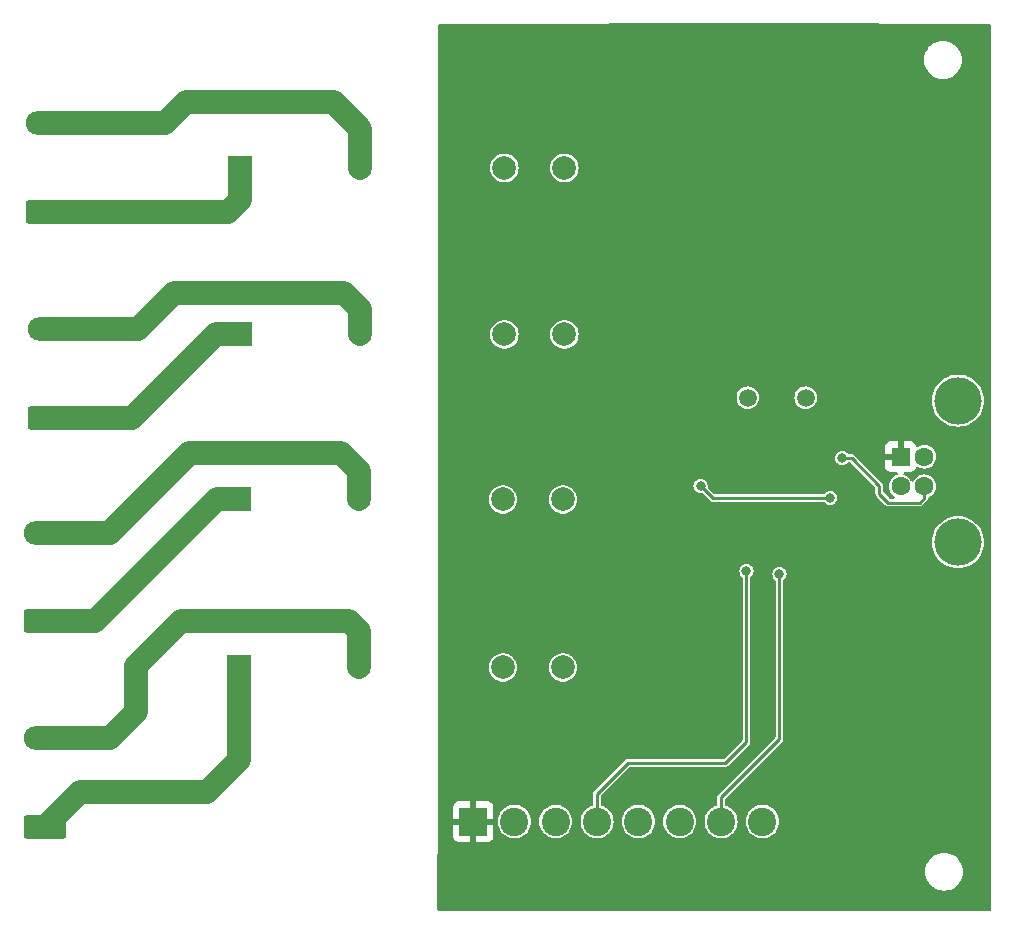
<source format=gbr>
%TF.GenerationSoftware,KiCad,Pcbnew,6.99.0-unknown-08a8a20794~162~ubuntu22.04.1*%
%TF.CreationDate,2022-12-21T10:25:03+01:00*%
%TF.ProjectId,usb_relay,7573625f-7265-46c6-9179-2e6b69636164,rev?*%
%TF.SameCoordinates,Original*%
%TF.FileFunction,Copper,L2,Bot*%
%TF.FilePolarity,Positive*%
%FSLAX46Y46*%
G04 Gerber Fmt 4.6, Leading zero omitted, Abs format (unit mm)*
G04 Created by KiCad (PCBNEW 6.99.0-unknown-08a8a20794~162~ubuntu22.04.1) date 2022-12-21 10:25:03*
%MOMM*%
%LPD*%
G01*
G04 APERTURE LIST*
G04 Aperture macros list*
%AMRoundRect*
0 Rectangle with rounded corners*
0 $1 Rounding radius*
0 $2 $3 $4 $5 $6 $7 $8 $9 X,Y pos of 4 corners*
0 Add a 4 corners polygon primitive as box body*
4,1,4,$2,$3,$4,$5,$6,$7,$8,$9,$2,$3,0*
0 Add four circle primitives for the rounded corners*
1,1,$1+$1,$2,$3*
1,1,$1+$1,$4,$5*
1,1,$1+$1,$6,$7*
1,1,$1+$1,$8,$9*
0 Add four rect primitives between the rounded corners*
20,1,$1+$1,$2,$3,$4,$5,0*
20,1,$1+$1,$4,$5,$6,$7,0*
20,1,$1+$1,$6,$7,$8,$9,0*
20,1,$1+$1,$8,$9,$2,$3,0*%
G04 Aperture macros list end*
%TA.AperFunction,ComponentPad*%
%ADD10RoundRect,0.250000X1.550000X-0.750000X1.550000X0.750000X-1.550000X0.750000X-1.550000X-0.750000X0*%
%TD*%
%TA.AperFunction,ComponentPad*%
%ADD11O,3.600000X2.000000*%
%TD*%
%TA.AperFunction,ComponentPad*%
%ADD12R,1.600000X1.600000*%
%TD*%
%TA.AperFunction,ComponentPad*%
%ADD13C,1.600000*%
%TD*%
%TA.AperFunction,ComponentPad*%
%ADD14C,4.000000*%
%TD*%
%TA.AperFunction,ComponentPad*%
%ADD15R,2.000000X2.000000*%
%TD*%
%TA.AperFunction,ComponentPad*%
%ADD16C,2.000000*%
%TD*%
%TA.AperFunction,ComponentPad*%
%ADD17R,2.400000X2.400000*%
%TD*%
%TA.AperFunction,ComponentPad*%
%ADD18C,2.400000*%
%TD*%
%TA.AperFunction,ComponentPad*%
%ADD19C,1.500000*%
%TD*%
%TA.AperFunction,ViaPad*%
%ADD20C,0.800000*%
%TD*%
%TA.AperFunction,ViaPad*%
%ADD21C,1.600000*%
%TD*%
%TA.AperFunction,Conductor*%
%ADD22C,0.250000*%
%TD*%
%TA.AperFunction,Conductor*%
%ADD23C,2.000000*%
%TD*%
G04 APERTURE END LIST*
D10*
%TO.P,J4,1,Pin_1*%
%TO.N,Net-(J4-Pin_1)*%
X138898500Y-121225000D03*
D11*
%TO.P,J4,2,Pin_2*%
%TO.N,Net-(J4-Pin_2)*%
X138898499Y-113724999D03*
%TD*%
D12*
%TO.P,J7,1,VBUS*%
%TO.N,+5V*%
X211296899Y-89885199D03*
D13*
%TO.P,J7,2,D-*%
%TO.N,Net-(J7-D-)*%
X211296900Y-92385200D03*
%TO.P,J7,3,D+*%
%TO.N,Net-(J7-D+)*%
X213296900Y-92385200D03*
%TO.P,J7,4,GND*%
%TO.N,GND*%
X213296900Y-89885200D03*
D14*
%TO.P,J7,5,Shield*%
X216156900Y-85135200D03*
X216156900Y-97135200D03*
%TD*%
D15*
%TO.P,U5,1*%
%TO.N,Net-(J6-Pin_1)*%
X155403499Y-79528499D03*
D16*
%TO.P,U5,2*%
%TO.N,Net-(J6-Pin_2)*%
X165563500Y-79528500D03*
%TO.P,U5,3*%
%TO.N,Net-(R9-Pad1)*%
X177755500Y-79528500D03*
%TO.P,U5,4*%
%TO.N,GND*%
X182835500Y-79528500D03*
%TD*%
D15*
%TO.P,U4,1*%
%TO.N,Net-(J5-Pin_1)*%
X155276499Y-93498499D03*
D16*
%TO.P,U4,2*%
%TO.N,Net-(J5-Pin_2)*%
X165436500Y-93498500D03*
%TO.P,U4,3*%
%TO.N,Net-(R8-Pad1)*%
X177628500Y-93498500D03*
%TO.P,U4,4*%
%TO.N,GND*%
X182708500Y-93498500D03*
%TD*%
D15*
%TO.P,U2,1*%
%TO.N,Net-(J3-Pin_1)*%
X155403499Y-65431499D03*
D16*
%TO.P,U2,2*%
%TO.N,Net-(J3-Pin_2)*%
X165563500Y-65431500D03*
%TO.P,U2,3*%
%TO.N,Net-(R6-Pad1)*%
X177755500Y-65431500D03*
%TO.P,U2,4*%
%TO.N,GND*%
X182835500Y-65431500D03*
%TD*%
D10*
%TO.P,J5,1,Pin_1*%
%TO.N,Net-(J5-Pin_1)*%
X138898500Y-103826000D03*
D11*
%TO.P,J5,2,Pin_2*%
%TO.N,Net-(J5-Pin_2)*%
X138898499Y-96325999D03*
%TD*%
D10*
%TO.P,J6,1,Pin_1*%
%TO.N,Net-(J6-Pin_1)*%
X139192000Y-86614000D03*
D11*
%TO.P,J6,2,Pin_2*%
%TO.N,Net-(J6-Pin_2)*%
X139191999Y-79113999D03*
%TD*%
D15*
%TO.P,U3,1*%
%TO.N,Net-(J4-Pin_1)*%
X155276499Y-107722499D03*
D16*
%TO.P,U3,2*%
%TO.N,Net-(J4-Pin_2)*%
X165436500Y-107722500D03*
%TO.P,U3,3*%
%TO.N,Net-(R7-Pad2)*%
X177628500Y-107722500D03*
%TO.P,U3,4*%
%TO.N,GND*%
X182708500Y-107722500D03*
%TD*%
D17*
%TO.P,J2,1,Pin_1*%
%TO.N,+5V*%
X175102999Y-120776999D03*
D18*
%TO.P,J2,2,Pin_2*%
%TO.N,Net-(J2-Pin_2)*%
X178603000Y-120777000D03*
%TO.P,J2,3,Pin_3*%
%TO.N,Net-(J2-Pin_3)*%
X182103000Y-120777000D03*
%TO.P,J2,4,Pin_4*%
%TO.N,Net-(J2-Pin_4)*%
X185603000Y-120777000D03*
%TO.P,J2,5,Pin_5*%
%TO.N,Net-(J2-Pin_5)*%
X189103000Y-120777000D03*
%TO.P,J2,6,Pin_6*%
%TO.N,Net-(J2-Pin_6)*%
X192603000Y-120777000D03*
%TO.P,J2,7,Pin_7*%
%TO.N,Net-(J2-Pin_7)*%
X196103000Y-120777000D03*
%TO.P,J2,8,Pin_8*%
%TO.N,GND*%
X199603000Y-120777000D03*
%TD*%
D19*
%TO.P,Y1,1,1*%
%TO.N,Net-(U1-OSC2)*%
X203262400Y-84886800D03*
%TO.P,Y1,2,2*%
%TO.N,Net-(U1-OSC1)*%
X198362400Y-84886800D03*
%TD*%
D10*
%TO.P,J3,1,Pin_1*%
%TO.N,Net-(J3-Pin_1)*%
X139025500Y-69155000D03*
D11*
%TO.P,J3,2,Pin_2*%
%TO.N,Net-(J3-Pin_2)*%
X139025499Y-61654999D03*
%TD*%
D20*
%TO.N,+5V*%
X196697600Y-88442800D03*
X194411600Y-88036400D03*
X208280000Y-101600000D03*
X192913000Y-108585000D03*
%TO.N,Net-(J2-Pin_4)*%
X198247000Y-99568000D03*
%TO.N,Net-(J2-Pin_7)*%
X201041000Y-99822000D03*
D21*
%TO.N,Net-(J3-Pin_1)*%
X147421600Y-69138800D03*
X153263600Y-69138800D03*
X142849600Y-69088000D03*
%TO.N,Net-(J3-Pin_2)*%
X142900400Y-61620400D03*
X160883600Y-59944000D03*
X165506400Y-62941200D03*
X147421600Y-61722000D03*
X157175200Y-59994800D03*
X153365200Y-60045600D03*
%TO.N,Net-(J4-Pin_1)*%
X153924000Y-116941600D03*
X146659600Y-118211600D03*
X155346400Y-112217200D03*
X150723600Y-118313200D03*
X142951200Y-118262400D03*
%TO.N,Net-(J4-Pin_2)*%
X158140400Y-103784400D03*
X148488400Y-105664000D03*
X163525200Y-103632000D03*
X143002000Y-113690400D03*
X146608800Y-109778800D03*
X153263600Y-103733600D03*
%TO.N,Net-(J5-Pin_1)*%
X142900400Y-103733600D03*
X145389600Y-101396800D03*
X151942800Y-94894400D03*
X148386800Y-98348800D03*
%TO.N,Net-(J5-Pin_2)*%
X142951200Y-96266000D03*
X149148800Y-91440000D03*
X153416000Y-89611200D03*
X145846800Y-94945200D03*
X162509200Y-89611200D03*
X158038800Y-89560400D03*
%TO.N,Net-(J6-Pin_1)*%
X143205200Y-86512400D03*
X152095200Y-80772000D03*
X148132800Y-84734400D03*
%TO.N,Net-(J6-Pin_2)*%
X148234400Y-77571600D03*
X162712400Y-76047600D03*
X151790400Y-75946000D03*
X143205200Y-79095600D03*
X157073600Y-76047600D03*
D20*
%TO.N,Net-(U1-GP2)*%
X194360800Y-92354400D03*
X205333600Y-93370400D03*
%TO.N,Net-(J7-D+)*%
X206349600Y-90004900D03*
%TD*%
D22*
%TO.N,Net-(J2-Pin_4)*%
X185603000Y-118435000D02*
X188214000Y-115824000D01*
X188214000Y-115824000D02*
X196469000Y-115824000D01*
X185603000Y-120777000D02*
X185603000Y-118435000D01*
X196469000Y-115824000D02*
X198247000Y-114046000D01*
X198374000Y-99441000D02*
X198247000Y-99568000D01*
X198247000Y-114046000D02*
X198247000Y-99822000D01*
%TO.N,Net-(J2-Pin_7)*%
X201041000Y-111252000D02*
X201041000Y-113284000D01*
X196103000Y-120777000D02*
X196103000Y-118730000D01*
X201041000Y-111252000D02*
X201041000Y-99822000D01*
X201041000Y-113792000D02*
X201041000Y-113284000D01*
X196103000Y-118730000D02*
X201041000Y-113792000D01*
D23*
%TO.N,Net-(J3-Pin_1)*%
X155403500Y-68116500D02*
X154365000Y-69155000D01*
X155403500Y-65431500D02*
X155403500Y-68116500D01*
X154365000Y-69155000D02*
X139025500Y-69155000D01*
%TO.N,Net-(J3-Pin_2)*%
X149012600Y-61655000D02*
X139025500Y-61655000D01*
X150774400Y-59893200D02*
X149012600Y-61655000D01*
X165563500Y-65431500D02*
X165563500Y-62134700D01*
X165563500Y-62134700D02*
X163322000Y-59893200D01*
X163322000Y-59893200D02*
X150774400Y-59893200D01*
%TO.N,Net-(J4-Pin_1)*%
X141861100Y-118262400D02*
X138898500Y-121225000D01*
X152603200Y-118262400D02*
X141861100Y-118262400D01*
X155276500Y-107722500D02*
X155276500Y-115589100D01*
X155276500Y-115589100D02*
X152603200Y-118262400D01*
%TO.N,Net-(J4-Pin_2)*%
X146558000Y-107569000D02*
X146558000Y-111506000D01*
X144339000Y-113725000D02*
X138898500Y-113725000D01*
X164592000Y-103759000D02*
X150368000Y-103759000D01*
X150368000Y-103759000D02*
X146558000Y-107569000D01*
X146558000Y-111506000D02*
X144339000Y-113725000D01*
X165436500Y-104603500D02*
X164592000Y-103759000D01*
X165436500Y-107722500D02*
X165436500Y-104603500D01*
%TO.N,Net-(J5-Pin_1)*%
X143062000Y-103826000D02*
X138898500Y-103826000D01*
X153389500Y-93498500D02*
X143062000Y-103826000D01*
X155276500Y-93498500D02*
X153389500Y-93498500D01*
%TO.N,Net-(J5-Pin_2)*%
X165436500Y-93498500D02*
X165436500Y-91116100D01*
X144364400Y-96326000D02*
X138898500Y-96326000D01*
X163931600Y-89611200D02*
X151079200Y-89611200D01*
X151079200Y-89611200D02*
X144364400Y-96326000D01*
X165436500Y-91116100D02*
X163931600Y-89611200D01*
%TO.N,Net-(J6-Pin_1)*%
X153314400Y-79502000D02*
X155377000Y-79502000D01*
X146202400Y-86614000D02*
X153314400Y-79502000D01*
X139192000Y-86614000D02*
X146202400Y-86614000D01*
X155377000Y-79502000D02*
X155403500Y-79528500D01*
%TO.N,Net-(J6-Pin_2)*%
X149809200Y-75996800D02*
X146692000Y-79114000D01*
X164185600Y-75996800D02*
X149809200Y-75996800D01*
X165563500Y-79528500D02*
X165563500Y-77374700D01*
X165563500Y-77374700D02*
X164185600Y-75996800D01*
X146692000Y-79114000D02*
X139192000Y-79114000D01*
D22*
%TO.N,Net-(U1-GP2)*%
X195376800Y-93370400D02*
X194360800Y-92354400D01*
X205333600Y-93370400D02*
X195376800Y-93370400D01*
%TO.N,Net-(J7-D+)*%
X210261200Y-93776800D02*
X212902800Y-93776800D01*
X213296900Y-93382700D02*
X213296900Y-92385200D01*
X209499200Y-93014800D02*
X210261200Y-93776800D01*
X209499200Y-92354400D02*
X209499200Y-93014800D01*
X207149700Y-90004900D02*
X209499200Y-92354400D01*
X206349600Y-90004900D02*
X207149700Y-90004900D01*
X212902800Y-93776800D02*
X213296900Y-93382700D01*
%TD*%
%TA.AperFunction,Conductor*%
%TO.N,+5V*%
G36*
X218392985Y-53237194D02*
G01*
X218822274Y-53238127D01*
X218885158Y-53255099D01*
X218931165Y-53301206D01*
X218948000Y-53364127D01*
X218948000Y-128245463D01*
X218931096Y-128308502D01*
X218884921Y-128354628D01*
X218821863Y-128371463D01*
X172210990Y-128320936D01*
X172148011Y-128303988D01*
X172101943Y-128257823D01*
X172085127Y-128194810D01*
X172088346Y-125018800D01*
X213380151Y-125018800D01*
X213380539Y-125023730D01*
X213399528Y-125265014D01*
X213399529Y-125265022D01*
X213399917Y-125269948D01*
X213401071Y-125274756D01*
X213401072Y-125274760D01*
X213457571Y-125510098D01*
X213457572Y-125510103D01*
X213458727Y-125514911D01*
X213555134Y-125747659D01*
X213686764Y-125962459D01*
X213850376Y-126154024D01*
X214041941Y-126317636D01*
X214256741Y-126449266D01*
X214489489Y-126545673D01*
X214734452Y-126604483D01*
X214922718Y-126619300D01*
X215046013Y-126619300D01*
X215048482Y-126619300D01*
X215236748Y-126604483D01*
X215481711Y-126545673D01*
X215714459Y-126449266D01*
X215929259Y-126317636D01*
X216120824Y-126154024D01*
X216284436Y-125962459D01*
X216416066Y-125747659D01*
X216512473Y-125514911D01*
X216571283Y-125269948D01*
X216591049Y-125018800D01*
X216571283Y-124767652D01*
X216512473Y-124522689D01*
X216416066Y-124289941D01*
X216284436Y-124075141D01*
X216120824Y-123883576D01*
X215929259Y-123719964D01*
X215714459Y-123588334D01*
X215481711Y-123491927D01*
X215476903Y-123490772D01*
X215476898Y-123490771D01*
X215241560Y-123434272D01*
X215241556Y-123434271D01*
X215236748Y-123433117D01*
X215231822Y-123432729D01*
X215231814Y-123432728D01*
X215050938Y-123418493D01*
X215050930Y-123418492D01*
X215048482Y-123418300D01*
X214922718Y-123418300D01*
X214920270Y-123418492D01*
X214920261Y-123418493D01*
X214739385Y-123432728D01*
X214739375Y-123432729D01*
X214734452Y-123433117D01*
X214729645Y-123434271D01*
X214729639Y-123434272D01*
X214494301Y-123490771D01*
X214494292Y-123490773D01*
X214489489Y-123491927D01*
X214484921Y-123493818D01*
X214484915Y-123493821D01*
X214261315Y-123586439D01*
X214261310Y-123586441D01*
X214256741Y-123588334D01*
X214252526Y-123590916D01*
X214252520Y-123590920D01*
X214046158Y-123717379D01*
X214046150Y-123717384D01*
X214041941Y-123719964D01*
X214038180Y-123723175D01*
X214038176Y-123723179D01*
X213854138Y-123880362D01*
X213854131Y-123880368D01*
X213850376Y-123883576D01*
X213847168Y-123887331D01*
X213847162Y-123887338D01*
X213689979Y-124071376D01*
X213689975Y-124071380D01*
X213686764Y-124075141D01*
X213684184Y-124079350D01*
X213684179Y-124079358D01*
X213557720Y-124285720D01*
X213557716Y-124285726D01*
X213555134Y-124289941D01*
X213553241Y-124294510D01*
X213553239Y-124294515D01*
X213460621Y-124518115D01*
X213460618Y-124518121D01*
X213458727Y-124522689D01*
X213457573Y-124527492D01*
X213457571Y-124527501D01*
X213401072Y-124762839D01*
X213399917Y-124767652D01*
X213399529Y-124772575D01*
X213399528Y-124772585D01*
X213380539Y-125013870D01*
X213380151Y-125018800D01*
X172088346Y-125018800D01*
X172091383Y-122022223D01*
X173395000Y-122022223D01*
X173395359Y-122028938D01*
X173400662Y-122078257D01*
X173404259Y-122093478D01*
X173449405Y-122214519D01*
X173457954Y-122230175D01*
X173534697Y-122332692D01*
X173547307Y-122345302D01*
X173649824Y-122422045D01*
X173665480Y-122430594D01*
X173786521Y-122475740D01*
X173801742Y-122479337D01*
X173851061Y-122484640D01*
X173857777Y-122485000D01*
X174832410Y-122485000D01*
X174845493Y-122481493D01*
X174849000Y-122468410D01*
X175357000Y-122468410D01*
X175360506Y-122481493D01*
X175373590Y-122485000D01*
X176348223Y-122485000D01*
X176354938Y-122484640D01*
X176404257Y-122479337D01*
X176419478Y-122475740D01*
X176540519Y-122430594D01*
X176556175Y-122422045D01*
X176658692Y-122345302D01*
X176671302Y-122332692D01*
X176748045Y-122230175D01*
X176756594Y-122214519D01*
X176801740Y-122093478D01*
X176805337Y-122078257D01*
X176810640Y-122028938D01*
X176811000Y-122022223D01*
X176811000Y-121047590D01*
X176807493Y-121034506D01*
X176794410Y-121031000D01*
X175373590Y-121031000D01*
X175360506Y-121034506D01*
X175357000Y-121047590D01*
X175357000Y-122468410D01*
X174849000Y-122468410D01*
X174849000Y-121047590D01*
X174845493Y-121034506D01*
X174832410Y-121031000D01*
X173411590Y-121031000D01*
X173398506Y-121034506D01*
X173395000Y-121047590D01*
X173395000Y-122022223D01*
X172091383Y-122022223D01*
X172092645Y-120777000D01*
X177197700Y-120777000D01*
X177216866Y-121008305D01*
X177273843Y-121233300D01*
X177367076Y-121445849D01*
X177494021Y-121640153D01*
X177651216Y-121810913D01*
X177834374Y-121953470D01*
X178038497Y-122063936D01*
X178043426Y-122065628D01*
X178043428Y-122065629D01*
X178124550Y-122093478D01*
X178258019Y-122139298D01*
X178486951Y-122177500D01*
X178713838Y-122177500D01*
X178719049Y-122177500D01*
X178947981Y-122139298D01*
X179167503Y-122063936D01*
X179371626Y-121953470D01*
X179554784Y-121810913D01*
X179711979Y-121640153D01*
X179838924Y-121445849D01*
X179932157Y-121233300D01*
X179989134Y-121008305D01*
X180008300Y-120777000D01*
X180697700Y-120777000D01*
X180716866Y-121008305D01*
X180773843Y-121233300D01*
X180867076Y-121445849D01*
X180994021Y-121640153D01*
X181151216Y-121810913D01*
X181334374Y-121953470D01*
X181538497Y-122063936D01*
X181543426Y-122065628D01*
X181543428Y-122065629D01*
X181624550Y-122093478D01*
X181758019Y-122139298D01*
X181986951Y-122177500D01*
X182213838Y-122177500D01*
X182219049Y-122177500D01*
X182447981Y-122139298D01*
X182667503Y-122063936D01*
X182871626Y-121953470D01*
X183054784Y-121810913D01*
X183211979Y-121640153D01*
X183338924Y-121445849D01*
X183432157Y-121233300D01*
X183489134Y-121008305D01*
X183508300Y-120777000D01*
X184197700Y-120777000D01*
X184216866Y-121008305D01*
X184273843Y-121233300D01*
X184367076Y-121445849D01*
X184494021Y-121640153D01*
X184651216Y-121810913D01*
X184834374Y-121953470D01*
X185038497Y-122063936D01*
X185043426Y-122065628D01*
X185043428Y-122065629D01*
X185124550Y-122093478D01*
X185258019Y-122139298D01*
X185486951Y-122177500D01*
X185713838Y-122177500D01*
X185719049Y-122177500D01*
X185947981Y-122139298D01*
X186167503Y-122063936D01*
X186371626Y-121953470D01*
X186554784Y-121810913D01*
X186711979Y-121640153D01*
X186838924Y-121445849D01*
X186932157Y-121233300D01*
X186989134Y-121008305D01*
X187008300Y-120777000D01*
X187697700Y-120777000D01*
X187716866Y-121008305D01*
X187773843Y-121233300D01*
X187867076Y-121445849D01*
X187994021Y-121640153D01*
X188151216Y-121810913D01*
X188334374Y-121953470D01*
X188538497Y-122063936D01*
X188543426Y-122065628D01*
X188543428Y-122065629D01*
X188624550Y-122093478D01*
X188758019Y-122139298D01*
X188986951Y-122177500D01*
X189213838Y-122177500D01*
X189219049Y-122177500D01*
X189447981Y-122139298D01*
X189667503Y-122063936D01*
X189871626Y-121953470D01*
X190054784Y-121810913D01*
X190211979Y-121640153D01*
X190338924Y-121445849D01*
X190432157Y-121233300D01*
X190489134Y-121008305D01*
X190508300Y-120777000D01*
X191197700Y-120777000D01*
X191216866Y-121008305D01*
X191273843Y-121233300D01*
X191367076Y-121445849D01*
X191494021Y-121640153D01*
X191651216Y-121810913D01*
X191834374Y-121953470D01*
X192038497Y-122063936D01*
X192043426Y-122065628D01*
X192043428Y-122065629D01*
X192124550Y-122093478D01*
X192258019Y-122139298D01*
X192486951Y-122177500D01*
X192713838Y-122177500D01*
X192719049Y-122177500D01*
X192947981Y-122139298D01*
X193167503Y-122063936D01*
X193371626Y-121953470D01*
X193554784Y-121810913D01*
X193711979Y-121640153D01*
X193838924Y-121445849D01*
X193932157Y-121233300D01*
X193989134Y-121008305D01*
X194008300Y-120777000D01*
X194697700Y-120777000D01*
X194716866Y-121008305D01*
X194773843Y-121233300D01*
X194867076Y-121445849D01*
X194994021Y-121640153D01*
X195151216Y-121810913D01*
X195334374Y-121953470D01*
X195538497Y-122063936D01*
X195543426Y-122065628D01*
X195543428Y-122065629D01*
X195624550Y-122093478D01*
X195758019Y-122139298D01*
X195986951Y-122177500D01*
X196213838Y-122177500D01*
X196219049Y-122177500D01*
X196447981Y-122139298D01*
X196667503Y-122063936D01*
X196871626Y-121953470D01*
X197054784Y-121810913D01*
X197211979Y-121640153D01*
X197338924Y-121445849D01*
X197432157Y-121233300D01*
X197489134Y-121008305D01*
X197508300Y-120777000D01*
X198197700Y-120777000D01*
X198216866Y-121008305D01*
X198273843Y-121233300D01*
X198367076Y-121445849D01*
X198494021Y-121640153D01*
X198651216Y-121810913D01*
X198834374Y-121953470D01*
X199038497Y-122063936D01*
X199043426Y-122065628D01*
X199043428Y-122065629D01*
X199124550Y-122093478D01*
X199258019Y-122139298D01*
X199486951Y-122177500D01*
X199713838Y-122177500D01*
X199719049Y-122177500D01*
X199947981Y-122139298D01*
X200167503Y-122063936D01*
X200371626Y-121953470D01*
X200554784Y-121810913D01*
X200711979Y-121640153D01*
X200838924Y-121445849D01*
X200932157Y-121233300D01*
X200989134Y-121008305D01*
X201008300Y-120777000D01*
X200989134Y-120545695D01*
X200932157Y-120320700D01*
X200838924Y-120108151D01*
X200711979Y-119913847D01*
X200554784Y-119743087D01*
X200371626Y-119600530D01*
X200232172Y-119525061D01*
X200172088Y-119492545D01*
X200172085Y-119492543D01*
X200167503Y-119490064D01*
X200162579Y-119488373D01*
X200162571Y-119488370D01*
X199952911Y-119416394D01*
X199952905Y-119416392D01*
X199947981Y-119414702D01*
X199942844Y-119413844D01*
X199942841Y-119413844D01*
X199724186Y-119377357D01*
X199724183Y-119377356D01*
X199719049Y-119376500D01*
X199486951Y-119376500D01*
X199481817Y-119377356D01*
X199481813Y-119377357D01*
X199263158Y-119413844D01*
X199263152Y-119413845D01*
X199258019Y-119414702D01*
X199253097Y-119416391D01*
X199253088Y-119416394D01*
X199043428Y-119488370D01*
X199043415Y-119488375D01*
X199038497Y-119490064D01*
X199033919Y-119492541D01*
X199033911Y-119492545D01*
X198838956Y-119598050D01*
X198838952Y-119598051D01*
X198834374Y-119600530D01*
X198830268Y-119603725D01*
X198830263Y-119603729D01*
X198655327Y-119739887D01*
X198651216Y-119743087D01*
X198647688Y-119746918D01*
X198647684Y-119746923D01*
X198497555Y-119910007D01*
X198497549Y-119910013D01*
X198494021Y-119913847D01*
X198491172Y-119918206D01*
X198491167Y-119918214D01*
X198369928Y-120103785D01*
X198367076Y-120108151D01*
X198364983Y-120112921D01*
X198364981Y-120112926D01*
X198275936Y-120315927D01*
X198275933Y-120315933D01*
X198273843Y-120320700D01*
X198216866Y-120545695D01*
X198216436Y-120550883D01*
X198216435Y-120550890D01*
X198199330Y-120757327D01*
X198197700Y-120777000D01*
X197508300Y-120777000D01*
X197489134Y-120545695D01*
X197432157Y-120320700D01*
X197338924Y-120108151D01*
X197211979Y-119913847D01*
X197054784Y-119743087D01*
X196871626Y-119600530D01*
X196732172Y-119525061D01*
X196672088Y-119492545D01*
X196672085Y-119492543D01*
X196667503Y-119490064D01*
X196662579Y-119488373D01*
X196662571Y-119488370D01*
X196513588Y-119437225D01*
X196469163Y-119410753D01*
X196439113Y-119368666D01*
X196428500Y-119318052D01*
X196428500Y-118917016D01*
X196438091Y-118868798D01*
X196465405Y-118827921D01*
X199831730Y-115461595D01*
X201257229Y-114036095D01*
X201265299Y-114028699D01*
X201294194Y-114004455D01*
X201313042Y-113971808D01*
X201318934Y-113962558D01*
X201340554Y-113931684D01*
X201343408Y-113921030D01*
X201344876Y-113917882D01*
X201346070Y-113914599D01*
X201351588Y-113905045D01*
X201358130Y-113867937D01*
X201360507Y-113857217D01*
X201370264Y-113820807D01*
X201366979Y-113783257D01*
X201366500Y-113772276D01*
X201366500Y-100391286D01*
X201379494Y-100335557D01*
X201415796Y-100291323D01*
X201469282Y-100250282D01*
X201565536Y-100124841D01*
X201626044Y-99978762D01*
X201646682Y-99822000D01*
X201626044Y-99665238D01*
X201565536Y-99519159D01*
X201469282Y-99393718D01*
X201343841Y-99297464D01*
X201336214Y-99294304D01*
X201336211Y-99294303D01*
X201205391Y-99240116D01*
X201205390Y-99240115D01*
X201197762Y-99236956D01*
X201189579Y-99235878D01*
X201189573Y-99235877D01*
X201049188Y-99217396D01*
X201041000Y-99216318D01*
X201032812Y-99217396D01*
X200892426Y-99235877D01*
X200892418Y-99235879D01*
X200884238Y-99236956D01*
X200876611Y-99240115D01*
X200876608Y-99240116D01*
X200745788Y-99294303D01*
X200745782Y-99294306D01*
X200738159Y-99297464D01*
X200731611Y-99302487D01*
X200731608Y-99302490D01*
X200619263Y-99388695D01*
X200619259Y-99388698D01*
X200612718Y-99393718D01*
X200607698Y-99400259D01*
X200607695Y-99400263D01*
X200521490Y-99512608D01*
X200521487Y-99512611D01*
X200516464Y-99519159D01*
X200513306Y-99526782D01*
X200513303Y-99526788D01*
X200459116Y-99657608D01*
X200455956Y-99665238D01*
X200454879Y-99673418D01*
X200454877Y-99673426D01*
X200447115Y-99732391D01*
X200435318Y-99822000D01*
X200436396Y-99830188D01*
X200454877Y-99970573D01*
X200454878Y-99970579D01*
X200455956Y-99978762D01*
X200459115Y-99986390D01*
X200459116Y-99986391D01*
X200513303Y-100117211D01*
X200513304Y-100117214D01*
X200516464Y-100124841D01*
X200612718Y-100250282D01*
X200619263Y-100255304D01*
X200666204Y-100291323D01*
X200702506Y-100335557D01*
X200715500Y-100391286D01*
X200715500Y-113604984D01*
X200705909Y-113653202D01*
X200678595Y-113694079D01*
X195886787Y-118485885D01*
X195878686Y-118493309D01*
X195858252Y-118510455D01*
X195858244Y-118510464D01*
X195849806Y-118517545D01*
X195844295Y-118527089D01*
X195844294Y-118527091D01*
X195830964Y-118550178D01*
X195825063Y-118559441D01*
X195809766Y-118581288D01*
X195809763Y-118581293D01*
X195803446Y-118590316D01*
X195800595Y-118600952D01*
X195799120Y-118604117D01*
X195797920Y-118607413D01*
X195792412Y-118616955D01*
X195790498Y-118627807D01*
X195790498Y-118627808D01*
X195785869Y-118654056D01*
X195783492Y-118664779D01*
X195776589Y-118690542D01*
X195776588Y-118690546D01*
X195773736Y-118701193D01*
X195774696Y-118712175D01*
X195774697Y-118712175D01*
X195777020Y-118738728D01*
X195777500Y-118749710D01*
X195777500Y-119318052D01*
X195766887Y-119368666D01*
X195736837Y-119410753D01*
X195692412Y-119437225D01*
X195543428Y-119488370D01*
X195543415Y-119488375D01*
X195538497Y-119490064D01*
X195533919Y-119492541D01*
X195533911Y-119492545D01*
X195338956Y-119598050D01*
X195338952Y-119598051D01*
X195334374Y-119600530D01*
X195330268Y-119603725D01*
X195330263Y-119603729D01*
X195155327Y-119739887D01*
X195151216Y-119743087D01*
X195147688Y-119746918D01*
X195147684Y-119746923D01*
X194997555Y-119910007D01*
X194997549Y-119910013D01*
X194994021Y-119913847D01*
X194991172Y-119918206D01*
X194991167Y-119918214D01*
X194869928Y-120103785D01*
X194867076Y-120108151D01*
X194864983Y-120112921D01*
X194864981Y-120112926D01*
X194775936Y-120315927D01*
X194775933Y-120315933D01*
X194773843Y-120320700D01*
X194716866Y-120545695D01*
X194716436Y-120550883D01*
X194716435Y-120550890D01*
X194699330Y-120757327D01*
X194697700Y-120777000D01*
X194008300Y-120777000D01*
X193989134Y-120545695D01*
X193932157Y-120320700D01*
X193838924Y-120108151D01*
X193711979Y-119913847D01*
X193554784Y-119743087D01*
X193371626Y-119600530D01*
X193232172Y-119525061D01*
X193172088Y-119492545D01*
X193172085Y-119492543D01*
X193167503Y-119490064D01*
X193162579Y-119488373D01*
X193162571Y-119488370D01*
X192952911Y-119416394D01*
X192952905Y-119416392D01*
X192947981Y-119414702D01*
X192942844Y-119413844D01*
X192942841Y-119413844D01*
X192724186Y-119377357D01*
X192724183Y-119377356D01*
X192719049Y-119376500D01*
X192486951Y-119376500D01*
X192481817Y-119377356D01*
X192481813Y-119377357D01*
X192263158Y-119413844D01*
X192263152Y-119413845D01*
X192258019Y-119414702D01*
X192253097Y-119416391D01*
X192253088Y-119416394D01*
X192043428Y-119488370D01*
X192043415Y-119488375D01*
X192038497Y-119490064D01*
X192033919Y-119492541D01*
X192033911Y-119492545D01*
X191838956Y-119598050D01*
X191838952Y-119598051D01*
X191834374Y-119600530D01*
X191830268Y-119603725D01*
X191830263Y-119603729D01*
X191655327Y-119739887D01*
X191651216Y-119743087D01*
X191647688Y-119746918D01*
X191647684Y-119746923D01*
X191497555Y-119910007D01*
X191497549Y-119910013D01*
X191494021Y-119913847D01*
X191491172Y-119918206D01*
X191491167Y-119918214D01*
X191369928Y-120103785D01*
X191367076Y-120108151D01*
X191364983Y-120112921D01*
X191364981Y-120112926D01*
X191275936Y-120315927D01*
X191275933Y-120315933D01*
X191273843Y-120320700D01*
X191216866Y-120545695D01*
X191216436Y-120550883D01*
X191216435Y-120550890D01*
X191199330Y-120757327D01*
X191197700Y-120777000D01*
X190508300Y-120777000D01*
X190489134Y-120545695D01*
X190432157Y-120320700D01*
X190338924Y-120108151D01*
X190211979Y-119913847D01*
X190054784Y-119743087D01*
X189871626Y-119600530D01*
X189732172Y-119525061D01*
X189672088Y-119492545D01*
X189672085Y-119492543D01*
X189667503Y-119490064D01*
X189662579Y-119488373D01*
X189662571Y-119488370D01*
X189452911Y-119416394D01*
X189452905Y-119416392D01*
X189447981Y-119414702D01*
X189442844Y-119413844D01*
X189442841Y-119413844D01*
X189224186Y-119377357D01*
X189224183Y-119377356D01*
X189219049Y-119376500D01*
X188986951Y-119376500D01*
X188981817Y-119377356D01*
X188981813Y-119377357D01*
X188763158Y-119413844D01*
X188763152Y-119413845D01*
X188758019Y-119414702D01*
X188753097Y-119416391D01*
X188753088Y-119416394D01*
X188543428Y-119488370D01*
X188543415Y-119488375D01*
X188538497Y-119490064D01*
X188533919Y-119492541D01*
X188533911Y-119492545D01*
X188338956Y-119598050D01*
X188338952Y-119598051D01*
X188334374Y-119600530D01*
X188330268Y-119603725D01*
X188330263Y-119603729D01*
X188155327Y-119739887D01*
X188151216Y-119743087D01*
X188147688Y-119746918D01*
X188147684Y-119746923D01*
X187997555Y-119910007D01*
X187997549Y-119910013D01*
X187994021Y-119913847D01*
X187991172Y-119918206D01*
X187991167Y-119918214D01*
X187869928Y-120103785D01*
X187867076Y-120108151D01*
X187864983Y-120112921D01*
X187864981Y-120112926D01*
X187775936Y-120315927D01*
X187775933Y-120315933D01*
X187773843Y-120320700D01*
X187716866Y-120545695D01*
X187716436Y-120550883D01*
X187716435Y-120550890D01*
X187699330Y-120757327D01*
X187697700Y-120777000D01*
X187008300Y-120777000D01*
X186989134Y-120545695D01*
X186932157Y-120320700D01*
X186838924Y-120108151D01*
X186711979Y-119913847D01*
X186554784Y-119743087D01*
X186371626Y-119600530D01*
X186232172Y-119525061D01*
X186172088Y-119492545D01*
X186172085Y-119492543D01*
X186167503Y-119490064D01*
X186162579Y-119488373D01*
X186162571Y-119488370D01*
X186013588Y-119437225D01*
X185969163Y-119410753D01*
X185939113Y-119368666D01*
X185928500Y-119318052D01*
X185928500Y-118622016D01*
X185938091Y-118573798D01*
X185965405Y-118532921D01*
X188311921Y-116186405D01*
X188352798Y-116159091D01*
X188401016Y-116149500D01*
X196449290Y-116149500D01*
X196460272Y-116149980D01*
X196497807Y-116153264D01*
X196534217Y-116143507D01*
X196544937Y-116141130D01*
X196582045Y-116134588D01*
X196591599Y-116129070D01*
X196594882Y-116127876D01*
X196598030Y-116126408D01*
X196608684Y-116123554D01*
X196639558Y-116101934D01*
X196648808Y-116096042D01*
X196681455Y-116077194D01*
X196705685Y-116048315D01*
X196713102Y-116040222D01*
X198463229Y-114290095D01*
X198471299Y-114282699D01*
X198500194Y-114258455D01*
X198519042Y-114225808D01*
X198524934Y-114216558D01*
X198546554Y-114185684D01*
X198549408Y-114175030D01*
X198550876Y-114171882D01*
X198552070Y-114168599D01*
X198557588Y-114159045D01*
X198564130Y-114121937D01*
X198566507Y-114111217D01*
X198576264Y-114074807D01*
X198572979Y-114037257D01*
X198572500Y-114026276D01*
X198572500Y-100137286D01*
X198585494Y-100081557D01*
X198621796Y-100037323D01*
X198675282Y-99996282D01*
X198771536Y-99870841D01*
X198832044Y-99724762D01*
X198852682Y-99568000D01*
X198832044Y-99411238D01*
X198771536Y-99265159D01*
X198675282Y-99139718D01*
X198549841Y-99043464D01*
X198542214Y-99040304D01*
X198542211Y-99040303D01*
X198411391Y-98986116D01*
X198411390Y-98986115D01*
X198403762Y-98982956D01*
X198395579Y-98981878D01*
X198395573Y-98981877D01*
X198255188Y-98963396D01*
X198247000Y-98962318D01*
X198238812Y-98963396D01*
X198098426Y-98981877D01*
X198098418Y-98981879D01*
X198090238Y-98982956D01*
X198082611Y-98986115D01*
X198082608Y-98986116D01*
X197951788Y-99040303D01*
X197951782Y-99040306D01*
X197944159Y-99043464D01*
X197937611Y-99048487D01*
X197937608Y-99048490D01*
X197825263Y-99134695D01*
X197825259Y-99134698D01*
X197818718Y-99139718D01*
X197813698Y-99146259D01*
X197813695Y-99146263D01*
X197727490Y-99258608D01*
X197727487Y-99258611D01*
X197722464Y-99265159D01*
X197719306Y-99272782D01*
X197719303Y-99272788D01*
X197669213Y-99393718D01*
X197661956Y-99411238D01*
X197660879Y-99419418D01*
X197660877Y-99419426D01*
X197643001Y-99555215D01*
X197641318Y-99568000D01*
X197642396Y-99576188D01*
X197660877Y-99716573D01*
X197660878Y-99716579D01*
X197661956Y-99724762D01*
X197665115Y-99732390D01*
X197665116Y-99732391D01*
X197719303Y-99863211D01*
X197719304Y-99863214D01*
X197722464Y-99870841D01*
X197818718Y-99996282D01*
X197825263Y-100001304D01*
X197872204Y-100037323D01*
X197908506Y-100081557D01*
X197921500Y-100137286D01*
X197921500Y-113858984D01*
X197911909Y-113907202D01*
X197884595Y-113948079D01*
X196371079Y-115461595D01*
X196330202Y-115488909D01*
X196281984Y-115498500D01*
X188233710Y-115498500D01*
X188222728Y-115498020D01*
X188196177Y-115495697D01*
X188185193Y-115494736D01*
X188174546Y-115497588D01*
X188174542Y-115497589D01*
X188148779Y-115504492D01*
X188138056Y-115506869D01*
X188111808Y-115511498D01*
X188111807Y-115511498D01*
X188100955Y-115513412D01*
X188091413Y-115518920D01*
X188088117Y-115520120D01*
X188084952Y-115521595D01*
X188074316Y-115524446D01*
X188065293Y-115530763D01*
X188065288Y-115530766D01*
X188043441Y-115546063D01*
X188034178Y-115551964D01*
X188011091Y-115565293D01*
X188011085Y-115565297D01*
X188001545Y-115570806D01*
X187994460Y-115579248D01*
X187994460Y-115579249D01*
X187977314Y-115599682D01*
X187969890Y-115607782D01*
X185386787Y-118190885D01*
X185378686Y-118198309D01*
X185358252Y-118215455D01*
X185358244Y-118215464D01*
X185349806Y-118222545D01*
X185344295Y-118232089D01*
X185344294Y-118232091D01*
X185330964Y-118255178D01*
X185325063Y-118264441D01*
X185309766Y-118286288D01*
X185309763Y-118286293D01*
X185303446Y-118295316D01*
X185300595Y-118305952D01*
X185299120Y-118309117D01*
X185297920Y-118312413D01*
X185292412Y-118321955D01*
X185290498Y-118332807D01*
X185290498Y-118332808D01*
X185285869Y-118359056D01*
X185283492Y-118369779D01*
X185276589Y-118395542D01*
X185276588Y-118395546D01*
X185273736Y-118406193D01*
X185274696Y-118417175D01*
X185274697Y-118417175D01*
X185277020Y-118443728D01*
X185277500Y-118454710D01*
X185277500Y-119318052D01*
X185266887Y-119368666D01*
X185236837Y-119410753D01*
X185192412Y-119437225D01*
X185043428Y-119488370D01*
X185043415Y-119488375D01*
X185038497Y-119490064D01*
X185033919Y-119492541D01*
X185033911Y-119492545D01*
X184838956Y-119598050D01*
X184838952Y-119598051D01*
X184834374Y-119600530D01*
X184830268Y-119603725D01*
X184830263Y-119603729D01*
X184655327Y-119739887D01*
X184651216Y-119743087D01*
X184647688Y-119746918D01*
X184647684Y-119746923D01*
X184497555Y-119910007D01*
X184497549Y-119910013D01*
X184494021Y-119913847D01*
X184491172Y-119918206D01*
X184491167Y-119918214D01*
X184369928Y-120103785D01*
X184367076Y-120108151D01*
X184364983Y-120112921D01*
X184364981Y-120112926D01*
X184275936Y-120315927D01*
X184275933Y-120315933D01*
X184273843Y-120320700D01*
X184216866Y-120545695D01*
X184216436Y-120550883D01*
X184216435Y-120550890D01*
X184199330Y-120757327D01*
X184197700Y-120777000D01*
X183508300Y-120777000D01*
X183489134Y-120545695D01*
X183432157Y-120320700D01*
X183338924Y-120108151D01*
X183211979Y-119913847D01*
X183054784Y-119743087D01*
X182871626Y-119600530D01*
X182732172Y-119525061D01*
X182672088Y-119492545D01*
X182672085Y-119492543D01*
X182667503Y-119490064D01*
X182662579Y-119488373D01*
X182662571Y-119488370D01*
X182452911Y-119416394D01*
X182452905Y-119416392D01*
X182447981Y-119414702D01*
X182442844Y-119413844D01*
X182442841Y-119413844D01*
X182224186Y-119377357D01*
X182224183Y-119377356D01*
X182219049Y-119376500D01*
X181986951Y-119376500D01*
X181981817Y-119377356D01*
X181981813Y-119377357D01*
X181763158Y-119413844D01*
X181763152Y-119413845D01*
X181758019Y-119414702D01*
X181753097Y-119416391D01*
X181753088Y-119416394D01*
X181543428Y-119488370D01*
X181543415Y-119488375D01*
X181538497Y-119490064D01*
X181533919Y-119492541D01*
X181533911Y-119492545D01*
X181338956Y-119598050D01*
X181338952Y-119598051D01*
X181334374Y-119600530D01*
X181330268Y-119603725D01*
X181330263Y-119603729D01*
X181155327Y-119739887D01*
X181151216Y-119743087D01*
X181147688Y-119746918D01*
X181147684Y-119746923D01*
X180997555Y-119910007D01*
X180997549Y-119910013D01*
X180994021Y-119913847D01*
X180991172Y-119918206D01*
X180991167Y-119918214D01*
X180869928Y-120103785D01*
X180867076Y-120108151D01*
X180864983Y-120112921D01*
X180864981Y-120112926D01*
X180775936Y-120315927D01*
X180775933Y-120315933D01*
X180773843Y-120320700D01*
X180716866Y-120545695D01*
X180716436Y-120550883D01*
X180716435Y-120550890D01*
X180699330Y-120757327D01*
X180697700Y-120777000D01*
X180008300Y-120777000D01*
X179989134Y-120545695D01*
X179932157Y-120320700D01*
X179838924Y-120108151D01*
X179711979Y-119913847D01*
X179554784Y-119743087D01*
X179371626Y-119600530D01*
X179232172Y-119525061D01*
X179172088Y-119492545D01*
X179172085Y-119492543D01*
X179167503Y-119490064D01*
X179162579Y-119488373D01*
X179162571Y-119488370D01*
X178952911Y-119416394D01*
X178952905Y-119416392D01*
X178947981Y-119414702D01*
X178942844Y-119413844D01*
X178942841Y-119413844D01*
X178724186Y-119377357D01*
X178724183Y-119377356D01*
X178719049Y-119376500D01*
X178486951Y-119376500D01*
X178481817Y-119377356D01*
X178481813Y-119377357D01*
X178263158Y-119413844D01*
X178263152Y-119413845D01*
X178258019Y-119414702D01*
X178253097Y-119416391D01*
X178253088Y-119416394D01*
X178043428Y-119488370D01*
X178043415Y-119488375D01*
X178038497Y-119490064D01*
X178033919Y-119492541D01*
X178033911Y-119492545D01*
X177838956Y-119598050D01*
X177838952Y-119598051D01*
X177834374Y-119600530D01*
X177830268Y-119603725D01*
X177830263Y-119603729D01*
X177655327Y-119739887D01*
X177651216Y-119743087D01*
X177647688Y-119746918D01*
X177647684Y-119746923D01*
X177497555Y-119910007D01*
X177497549Y-119910013D01*
X177494021Y-119913847D01*
X177491172Y-119918206D01*
X177491167Y-119918214D01*
X177369928Y-120103785D01*
X177367076Y-120108151D01*
X177364983Y-120112921D01*
X177364981Y-120112926D01*
X177275936Y-120315927D01*
X177275933Y-120315933D01*
X177273843Y-120320700D01*
X177216866Y-120545695D01*
X177216436Y-120550883D01*
X177216435Y-120550890D01*
X177199330Y-120757327D01*
X177197700Y-120777000D01*
X172092645Y-120777000D01*
X172092919Y-120506410D01*
X173395000Y-120506410D01*
X173398506Y-120519493D01*
X173411590Y-120523000D01*
X174832410Y-120523000D01*
X174845493Y-120519493D01*
X174849000Y-120506410D01*
X175357000Y-120506410D01*
X175360506Y-120519493D01*
X175373590Y-120523000D01*
X176794410Y-120523000D01*
X176807493Y-120519493D01*
X176811000Y-120506410D01*
X176811000Y-119531777D01*
X176810640Y-119525061D01*
X176805337Y-119475742D01*
X176801740Y-119460521D01*
X176756594Y-119339480D01*
X176748045Y-119323824D01*
X176671302Y-119221307D01*
X176658692Y-119208697D01*
X176556175Y-119131954D01*
X176540519Y-119123405D01*
X176419478Y-119078259D01*
X176404257Y-119074662D01*
X176354938Y-119069359D01*
X176348223Y-119069000D01*
X175373590Y-119069000D01*
X175360506Y-119072506D01*
X175357000Y-119085590D01*
X175357000Y-120506410D01*
X174849000Y-120506410D01*
X174849000Y-119085590D01*
X174845493Y-119072506D01*
X174832410Y-119069000D01*
X173857777Y-119069000D01*
X173851061Y-119069359D01*
X173801742Y-119074662D01*
X173786521Y-119078259D01*
X173665480Y-119123405D01*
X173649824Y-119131954D01*
X173547307Y-119208697D01*
X173534697Y-119221307D01*
X173457954Y-119323824D01*
X173449405Y-119339480D01*
X173404259Y-119460521D01*
X173400662Y-119475742D01*
X173395359Y-119525061D01*
X173395000Y-119531777D01*
X173395000Y-120506410D01*
X172092919Y-120506410D01*
X172105875Y-107722500D01*
X176422857Y-107722500D01*
X176443385Y-107944036D01*
X176504271Y-108158028D01*
X176603442Y-108357189D01*
X176606952Y-108361837D01*
X176734006Y-108530085D01*
X176734010Y-108530089D01*
X176737519Y-108534736D01*
X176741821Y-108538658D01*
X176741824Y-108538661D01*
X176837928Y-108626271D01*
X176901938Y-108684624D01*
X177091099Y-108801747D01*
X177298560Y-108882118D01*
X177517257Y-108923000D01*
X177733916Y-108923000D01*
X177739743Y-108923000D01*
X177958440Y-108882118D01*
X178165901Y-108801747D01*
X178355062Y-108684624D01*
X178519481Y-108534736D01*
X178653558Y-108357189D01*
X178752729Y-108158028D01*
X178813615Y-107944036D01*
X178834143Y-107722500D01*
X181502857Y-107722500D01*
X181523385Y-107944036D01*
X181584271Y-108158028D01*
X181683442Y-108357189D01*
X181686952Y-108361837D01*
X181814006Y-108530085D01*
X181814010Y-108530089D01*
X181817519Y-108534736D01*
X181821821Y-108538658D01*
X181821824Y-108538661D01*
X181917928Y-108626271D01*
X181981938Y-108684624D01*
X182171099Y-108801747D01*
X182378560Y-108882118D01*
X182597257Y-108923000D01*
X182813916Y-108923000D01*
X182819743Y-108923000D01*
X183038440Y-108882118D01*
X183245901Y-108801747D01*
X183435062Y-108684624D01*
X183599481Y-108534736D01*
X183733558Y-108357189D01*
X183832729Y-108158028D01*
X183893615Y-107944036D01*
X183914143Y-107722500D01*
X183893615Y-107500964D01*
X183832729Y-107286972D01*
X183733558Y-107087811D01*
X183599481Y-106910264D01*
X183595177Y-106906341D01*
X183595175Y-106906338D01*
X183439364Y-106764298D01*
X183439365Y-106764298D01*
X183435062Y-106760376D01*
X183245901Y-106643253D01*
X183213629Y-106630751D01*
X183043875Y-106564987D01*
X183043869Y-106564985D01*
X183038440Y-106562882D01*
X183032720Y-106561812D01*
X183032714Y-106561811D01*
X182825467Y-106523070D01*
X182825466Y-106523069D01*
X182819743Y-106522000D01*
X182597257Y-106522000D01*
X182591534Y-106523069D01*
X182591532Y-106523070D01*
X182384285Y-106561811D01*
X182384276Y-106561813D01*
X182378560Y-106562882D01*
X182373132Y-106564984D01*
X182373124Y-106564987D01*
X182176537Y-106641146D01*
X182176534Y-106641147D01*
X182171099Y-106643253D01*
X182166143Y-106646321D01*
X182166138Y-106646324D01*
X181986891Y-106757309D01*
X181981938Y-106760376D01*
X181977639Y-106764294D01*
X181977635Y-106764298D01*
X181821824Y-106906338D01*
X181821816Y-106906346D01*
X181817519Y-106910264D01*
X181814014Y-106914904D01*
X181814006Y-106914914D01*
X181686952Y-107083162D01*
X181686948Y-107083167D01*
X181683442Y-107087811D01*
X181680847Y-107093021D01*
X181680844Y-107093027D01*
X181586868Y-107281755D01*
X181586865Y-107281761D01*
X181584271Y-107286972D01*
X181523385Y-107500964D01*
X181502857Y-107722500D01*
X178834143Y-107722500D01*
X178813615Y-107500964D01*
X178752729Y-107286972D01*
X178653558Y-107087811D01*
X178519481Y-106910264D01*
X178515177Y-106906341D01*
X178515175Y-106906338D01*
X178359364Y-106764298D01*
X178359365Y-106764298D01*
X178355062Y-106760376D01*
X178165901Y-106643253D01*
X178133629Y-106630751D01*
X177963875Y-106564987D01*
X177963869Y-106564985D01*
X177958440Y-106562882D01*
X177952720Y-106561812D01*
X177952714Y-106561811D01*
X177745467Y-106523070D01*
X177745466Y-106523069D01*
X177739743Y-106522000D01*
X177517257Y-106522000D01*
X177511534Y-106523069D01*
X177511532Y-106523070D01*
X177304285Y-106561811D01*
X177304276Y-106561813D01*
X177298560Y-106562882D01*
X177293132Y-106564984D01*
X177293124Y-106564987D01*
X177096537Y-106641146D01*
X177096534Y-106641147D01*
X177091099Y-106643253D01*
X177086143Y-106646321D01*
X177086138Y-106646324D01*
X176906891Y-106757309D01*
X176901938Y-106760376D01*
X176897639Y-106764294D01*
X176897635Y-106764298D01*
X176741824Y-106906338D01*
X176741816Y-106906346D01*
X176737519Y-106910264D01*
X176734014Y-106914904D01*
X176734006Y-106914914D01*
X176606952Y-107083162D01*
X176606948Y-107083167D01*
X176603442Y-107087811D01*
X176600847Y-107093021D01*
X176600844Y-107093027D01*
X176506868Y-107281755D01*
X176506865Y-107281761D01*
X176504271Y-107286972D01*
X176443385Y-107500964D01*
X176422857Y-107722500D01*
X172105875Y-107722500D01*
X172116605Y-97135200D01*
X213951678Y-97135200D01*
X213970544Y-97423039D01*
X214026819Y-97705953D01*
X214119541Y-97979102D01*
X214247122Y-98237811D01*
X214407380Y-98477654D01*
X214597573Y-98694527D01*
X214814446Y-98884720D01*
X215054289Y-99044978D01*
X215312998Y-99172559D01*
X215586147Y-99265281D01*
X215869061Y-99321556D01*
X216156900Y-99340422D01*
X216444739Y-99321556D01*
X216727653Y-99265281D01*
X217000802Y-99172559D01*
X217259511Y-99044978D01*
X217499354Y-98884720D01*
X217716227Y-98694527D01*
X217906420Y-98477654D01*
X218066678Y-98237811D01*
X218194259Y-97979102D01*
X218286981Y-97705953D01*
X218343256Y-97423039D01*
X218362122Y-97135200D01*
X218343256Y-96847361D01*
X218286981Y-96564447D01*
X218194259Y-96291298D01*
X218066678Y-96032589D01*
X217906420Y-95792746D01*
X217716227Y-95575873D01*
X217499354Y-95385680D01*
X217259511Y-95225422D01*
X217255811Y-95223597D01*
X217255807Y-95223595D01*
X217118099Y-95155685D01*
X217000802Y-95097841D01*
X216996902Y-95096517D01*
X216731563Y-95006446D01*
X216731559Y-95006444D01*
X216727653Y-95005119D01*
X216723605Y-95004313D01*
X216723602Y-95004313D01*
X216448781Y-94949648D01*
X216448780Y-94949647D01*
X216444739Y-94948844D01*
X216440628Y-94948574D01*
X216440624Y-94948574D01*
X216161019Y-94930248D01*
X216156900Y-94929978D01*
X216152781Y-94930248D01*
X215873175Y-94948574D01*
X215873169Y-94948574D01*
X215869061Y-94948844D01*
X215865020Y-94949647D01*
X215865018Y-94949648D01*
X215590197Y-95004313D01*
X215590191Y-95004314D01*
X215586147Y-95005119D01*
X215582244Y-95006443D01*
X215582236Y-95006446D01*
X215316897Y-95096517D01*
X215316890Y-95096519D01*
X215312998Y-95097841D01*
X215309305Y-95099662D01*
X215309303Y-95099663D01*
X215057992Y-95223595D01*
X215057981Y-95223601D01*
X215054289Y-95225422D01*
X215050860Y-95227712D01*
X215050855Y-95227716D01*
X214817877Y-95383387D01*
X214817872Y-95383390D01*
X214814446Y-95385680D01*
X214811351Y-95388393D01*
X214811346Y-95388398D01*
X214600661Y-95573164D01*
X214600653Y-95573171D01*
X214597573Y-95575873D01*
X214594871Y-95578953D01*
X214594864Y-95578961D01*
X214410098Y-95789646D01*
X214410093Y-95789651D01*
X214407380Y-95792746D01*
X214405090Y-95796172D01*
X214405087Y-95796177D01*
X214249416Y-96029155D01*
X214249412Y-96029160D01*
X214247122Y-96032589D01*
X214245301Y-96036281D01*
X214245295Y-96036292D01*
X214121363Y-96287603D01*
X214119541Y-96291298D01*
X214118219Y-96295190D01*
X214118217Y-96295197D01*
X214028146Y-96560536D01*
X214028143Y-96560544D01*
X214026819Y-96564447D01*
X213970544Y-96847361D01*
X213951678Y-97135200D01*
X172116605Y-97135200D01*
X172120291Y-93498500D01*
X176422857Y-93498500D01*
X176423394Y-93504295D01*
X176441148Y-93695900D01*
X176443385Y-93720036D01*
X176504271Y-93934028D01*
X176506867Y-93939241D01*
X176506868Y-93939244D01*
X176589456Y-94105102D01*
X176603442Y-94133189D01*
X176606952Y-94137837D01*
X176734006Y-94306085D01*
X176734010Y-94306089D01*
X176737519Y-94310736D01*
X176741821Y-94314658D01*
X176741824Y-94314661D01*
X176837928Y-94402271D01*
X176901938Y-94460624D01*
X177091099Y-94577747D01*
X177298560Y-94658118D01*
X177517257Y-94699000D01*
X177733916Y-94699000D01*
X177739743Y-94699000D01*
X177958440Y-94658118D01*
X178165901Y-94577747D01*
X178355062Y-94460624D01*
X178519481Y-94310736D01*
X178653558Y-94133189D01*
X178752729Y-93934028D01*
X178813615Y-93720036D01*
X178834143Y-93498500D01*
X181502857Y-93498500D01*
X181503394Y-93504295D01*
X181521148Y-93695900D01*
X181523385Y-93720036D01*
X181584271Y-93934028D01*
X181586867Y-93939241D01*
X181586868Y-93939244D01*
X181669456Y-94105102D01*
X181683442Y-94133189D01*
X181686952Y-94137837D01*
X181814006Y-94306085D01*
X181814010Y-94306089D01*
X181817519Y-94310736D01*
X181821821Y-94314658D01*
X181821824Y-94314661D01*
X181917928Y-94402271D01*
X181981938Y-94460624D01*
X182171099Y-94577747D01*
X182378560Y-94658118D01*
X182597257Y-94699000D01*
X182813916Y-94699000D01*
X182819743Y-94699000D01*
X183038440Y-94658118D01*
X183245901Y-94577747D01*
X183435062Y-94460624D01*
X183599481Y-94310736D01*
X183733558Y-94133189D01*
X183832729Y-93934028D01*
X183893615Y-93720036D01*
X183914143Y-93498500D01*
X183893615Y-93276964D01*
X183832729Y-93062972D01*
X183733558Y-92863811D01*
X183599481Y-92686264D01*
X183595177Y-92682341D01*
X183595175Y-92682338D01*
X183477613Y-92575166D01*
X183435062Y-92536376D01*
X183245901Y-92419253D01*
X183173909Y-92391363D01*
X183078498Y-92354400D01*
X193755118Y-92354400D01*
X193756196Y-92362585D01*
X193756196Y-92362588D01*
X193774677Y-92502973D01*
X193774678Y-92502979D01*
X193775756Y-92511162D01*
X193778915Y-92518790D01*
X193778916Y-92518791D01*
X193833103Y-92649611D01*
X193833104Y-92649614D01*
X193836264Y-92657241D01*
X193932518Y-92782682D01*
X194057959Y-92878936D01*
X194204038Y-92939444D01*
X194212225Y-92940521D01*
X194212226Y-92940522D01*
X194236654Y-92943738D01*
X194360800Y-92960082D01*
X194427642Y-92951281D01*
X194484587Y-92956889D01*
X194533182Y-92987108D01*
X195132689Y-93586615D01*
X195140116Y-93594719D01*
X195164345Y-93623594D01*
X195196986Y-93642439D01*
X195206243Y-93648336D01*
X195237116Y-93669954D01*
X195247770Y-93672808D01*
X195250933Y-93674283D01*
X195254204Y-93675473D01*
X195263755Y-93680988D01*
X195300863Y-93687531D01*
X195311572Y-93689904D01*
X195347993Y-93699664D01*
X195385527Y-93696380D01*
X195396510Y-93695900D01*
X204764314Y-93695900D01*
X204820043Y-93708894D01*
X204864276Y-93745195D01*
X204905318Y-93798682D01*
X205030759Y-93894936D01*
X205176838Y-93955444D01*
X205333600Y-93976082D01*
X205490362Y-93955444D01*
X205636441Y-93894936D01*
X205761882Y-93798682D01*
X205858136Y-93673241D01*
X205918644Y-93527162D01*
X205939282Y-93370400D01*
X205924091Y-93255015D01*
X205919722Y-93221826D01*
X205919721Y-93221825D01*
X205918644Y-93213638D01*
X205858136Y-93067559D01*
X205761882Y-92942118D01*
X205636441Y-92845864D01*
X205628814Y-92842704D01*
X205628811Y-92842703D01*
X205497991Y-92788516D01*
X205497990Y-92788515D01*
X205490362Y-92785356D01*
X205482179Y-92784278D01*
X205482173Y-92784277D01*
X205341788Y-92765796D01*
X205333600Y-92764718D01*
X205325412Y-92765796D01*
X205185026Y-92784277D01*
X205185018Y-92784279D01*
X205176838Y-92785356D01*
X205169211Y-92788515D01*
X205169208Y-92788516D01*
X205038388Y-92842703D01*
X205038382Y-92842706D01*
X205030759Y-92845864D01*
X205024211Y-92850887D01*
X205024208Y-92850890D01*
X204911863Y-92937095D01*
X204911859Y-92937098D01*
X204905318Y-92942118D01*
X204900298Y-92948659D01*
X204900295Y-92948663D01*
X204864277Y-92995604D01*
X204820043Y-93031906D01*
X204764314Y-93044900D01*
X195563816Y-93044900D01*
X195515598Y-93035309D01*
X195474721Y-93007995D01*
X194993508Y-92526782D01*
X194963289Y-92478187D01*
X194957681Y-92421242D01*
X194966482Y-92354400D01*
X194945844Y-92197638D01*
X194885336Y-92051559D01*
X194789082Y-91926118D01*
X194663641Y-91829864D01*
X194656014Y-91826704D01*
X194656011Y-91826703D01*
X194525191Y-91772516D01*
X194525190Y-91772515D01*
X194517562Y-91769356D01*
X194509379Y-91768278D01*
X194509373Y-91768277D01*
X194368988Y-91749796D01*
X194360800Y-91748718D01*
X194352612Y-91749796D01*
X194212226Y-91768277D01*
X194212218Y-91768279D01*
X194204038Y-91769356D01*
X194196411Y-91772515D01*
X194196408Y-91772516D01*
X194065588Y-91826703D01*
X194065582Y-91826706D01*
X194057959Y-91829864D01*
X194051411Y-91834887D01*
X194051408Y-91834890D01*
X193939063Y-91921095D01*
X193939059Y-91921098D01*
X193932518Y-91926118D01*
X193927498Y-91932659D01*
X193927495Y-91932663D01*
X193841290Y-92045008D01*
X193841287Y-92045011D01*
X193836264Y-92051559D01*
X193833106Y-92059182D01*
X193833103Y-92059188D01*
X193778916Y-92190008D01*
X193775756Y-92197638D01*
X193774679Y-92205818D01*
X193774677Y-92205826D01*
X193758910Y-92325593D01*
X193755118Y-92354400D01*
X183078498Y-92354400D01*
X183043875Y-92340987D01*
X183043869Y-92340985D01*
X183038440Y-92338882D01*
X183032720Y-92337812D01*
X183032714Y-92337811D01*
X182825467Y-92299070D01*
X182825466Y-92299069D01*
X182819743Y-92298000D01*
X182597257Y-92298000D01*
X182591534Y-92299069D01*
X182591532Y-92299070D01*
X182384285Y-92337811D01*
X182384276Y-92337813D01*
X182378560Y-92338882D01*
X182373132Y-92340984D01*
X182373124Y-92340987D01*
X182176537Y-92417146D01*
X182176534Y-92417147D01*
X182171099Y-92419253D01*
X182166143Y-92422321D01*
X182166138Y-92422324D01*
X181986891Y-92533309D01*
X181981938Y-92536376D01*
X181977639Y-92540294D01*
X181977635Y-92540298D01*
X181821824Y-92682338D01*
X181821816Y-92682346D01*
X181817519Y-92686264D01*
X181814014Y-92690904D01*
X181814006Y-92690914D01*
X181686952Y-92859162D01*
X181686948Y-92859167D01*
X181683442Y-92863811D01*
X181680847Y-92869021D01*
X181680844Y-92869027D01*
X181586868Y-93057755D01*
X181586865Y-93057761D01*
X181584271Y-93062972D01*
X181582677Y-93068573D01*
X181582677Y-93068574D01*
X181528522Y-93258911D01*
X181523385Y-93276964D01*
X181502857Y-93498500D01*
X178834143Y-93498500D01*
X178813615Y-93276964D01*
X178752729Y-93062972D01*
X178653558Y-92863811D01*
X178519481Y-92686264D01*
X178515177Y-92682341D01*
X178515175Y-92682338D01*
X178397613Y-92575166D01*
X178355062Y-92536376D01*
X178165901Y-92419253D01*
X178093909Y-92391363D01*
X177963875Y-92340987D01*
X177963869Y-92340985D01*
X177958440Y-92338882D01*
X177952720Y-92337812D01*
X177952714Y-92337811D01*
X177745467Y-92299070D01*
X177745466Y-92299069D01*
X177739743Y-92298000D01*
X177517257Y-92298000D01*
X177511534Y-92299069D01*
X177511532Y-92299070D01*
X177304285Y-92337811D01*
X177304276Y-92337813D01*
X177298560Y-92338882D01*
X177293132Y-92340984D01*
X177293124Y-92340987D01*
X177096537Y-92417146D01*
X177096534Y-92417147D01*
X177091099Y-92419253D01*
X177086143Y-92422321D01*
X177086138Y-92422324D01*
X176906891Y-92533309D01*
X176901938Y-92536376D01*
X176897639Y-92540294D01*
X176897635Y-92540298D01*
X176741824Y-92682338D01*
X176741816Y-92682346D01*
X176737519Y-92686264D01*
X176734014Y-92690904D01*
X176734006Y-92690914D01*
X176606952Y-92859162D01*
X176606948Y-92859167D01*
X176603442Y-92863811D01*
X176600847Y-92869021D01*
X176600844Y-92869027D01*
X176506868Y-93057755D01*
X176506865Y-93057761D01*
X176504271Y-93062972D01*
X176502677Y-93068573D01*
X176502677Y-93068574D01*
X176448522Y-93258911D01*
X176443385Y-93276964D01*
X176422857Y-93498500D01*
X172120291Y-93498500D01*
X172123832Y-90004900D01*
X205743918Y-90004900D01*
X205744996Y-90013088D01*
X205763477Y-90153473D01*
X205763478Y-90153479D01*
X205764556Y-90161662D01*
X205767715Y-90169290D01*
X205767716Y-90169291D01*
X205821903Y-90300111D01*
X205821904Y-90300114D01*
X205825064Y-90307741D01*
X205921318Y-90433182D01*
X206046759Y-90529436D01*
X206192838Y-90589944D01*
X206201025Y-90591021D01*
X206201026Y-90591022D01*
X206269259Y-90600005D01*
X206349600Y-90610582D01*
X206506362Y-90589944D01*
X206652441Y-90529436D01*
X206777882Y-90433182D01*
X206818923Y-90379695D01*
X206863157Y-90343394D01*
X206918886Y-90330400D01*
X206962684Y-90330400D01*
X207010902Y-90339991D01*
X207051779Y-90367305D01*
X209136795Y-92452321D01*
X209164109Y-92493198D01*
X209173700Y-92541416D01*
X209173700Y-92995090D01*
X209173219Y-93006072D01*
X209169936Y-93043607D01*
X209172788Y-93054254D01*
X209172789Y-93054256D01*
X209179692Y-93080018D01*
X209182070Y-93090746D01*
X209186697Y-93116989D01*
X209186698Y-93116992D01*
X209188612Y-93127845D01*
X209194120Y-93137385D01*
X209195313Y-93140663D01*
X209196792Y-93143836D01*
X209199646Y-93154484D01*
X209205969Y-93163515D01*
X209205971Y-93163518D01*
X209221256Y-93185348D01*
X209227162Y-93194617D01*
X209240190Y-93217183D01*
X209246006Y-93227255D01*
X209254447Y-93234338D01*
X209254449Y-93234340D01*
X209274881Y-93251484D01*
X209282985Y-93258911D01*
X210017089Y-93993015D01*
X210024515Y-94001118D01*
X210048745Y-94029994D01*
X210081386Y-94048839D01*
X210090643Y-94054736D01*
X210121516Y-94076354D01*
X210132170Y-94079208D01*
X210135333Y-94080683D01*
X210138604Y-94081873D01*
X210148155Y-94087388D01*
X210185263Y-94093931D01*
X210195972Y-94096304D01*
X210232393Y-94106064D01*
X210268708Y-94102886D01*
X210269943Y-94102779D01*
X210280924Y-94102300D01*
X212883090Y-94102300D01*
X212894072Y-94102780D01*
X212931607Y-94106064D01*
X212968017Y-94096307D01*
X212978737Y-94093930D01*
X213015845Y-94087388D01*
X213025399Y-94081870D01*
X213028682Y-94080676D01*
X213031830Y-94079208D01*
X213042484Y-94076354D01*
X213073358Y-94054734D01*
X213082608Y-94048842D01*
X213115255Y-94029994D01*
X213139485Y-94001115D01*
X213146902Y-93993022D01*
X213513129Y-93626795D01*
X213521199Y-93619399D01*
X213550094Y-93595155D01*
X213568942Y-93562508D01*
X213574834Y-93553258D01*
X213596454Y-93522384D01*
X213599308Y-93511730D01*
X213600776Y-93508582D01*
X213601970Y-93505299D01*
X213607488Y-93495745D01*
X213614030Y-93458637D01*
X213616407Y-93447917D01*
X213626164Y-93411507D01*
X213625667Y-93405827D01*
X213644802Y-93350936D01*
X213690550Y-93309244D01*
X213855438Y-93221110D01*
X214007783Y-93096083D01*
X214132810Y-92943738D01*
X214225714Y-92769927D01*
X214282924Y-92581332D01*
X214302241Y-92385200D01*
X214282924Y-92189068D01*
X214225714Y-92000473D01*
X214132810Y-91826662D01*
X214007783Y-91674317D01*
X213855438Y-91549290D01*
X213761486Y-91499071D01*
X213687085Y-91459303D01*
X213687081Y-91459301D01*
X213681627Y-91456386D01*
X213675707Y-91454590D01*
X213675702Y-91454588D01*
X213498961Y-91400974D01*
X213498955Y-91400972D01*
X213493032Y-91399176D01*
X213486873Y-91398569D01*
X213486866Y-91398568D01*
X213303063Y-91380466D01*
X213296900Y-91379859D01*
X213290737Y-91380466D01*
X213106933Y-91398568D01*
X213106924Y-91398569D01*
X213100768Y-91399176D01*
X213094846Y-91400972D01*
X213094838Y-91400974D01*
X212918097Y-91454588D01*
X212918088Y-91454591D01*
X212912173Y-91456386D01*
X212906721Y-91459299D01*
X212906714Y-91459303D01*
X212743821Y-91546372D01*
X212738362Y-91549290D01*
X212733583Y-91553211D01*
X212733577Y-91553216D01*
X212590796Y-91670394D01*
X212590790Y-91670399D01*
X212586017Y-91674317D01*
X212582099Y-91679090D01*
X212582094Y-91679096D01*
X212464916Y-91821877D01*
X212464911Y-91821883D01*
X212460990Y-91826662D01*
X212458072Y-91832120D01*
X212458072Y-91832121D01*
X212408022Y-91925758D01*
X212361677Y-91974436D01*
X212296900Y-91992362D01*
X212232123Y-91974436D01*
X212185778Y-91925758D01*
X212183286Y-91921095D01*
X212132810Y-91826662D01*
X212007783Y-91674317D01*
X211855438Y-91549290D01*
X211761486Y-91499071D01*
X211687085Y-91459303D01*
X211687081Y-91459301D01*
X211681627Y-91456386D01*
X211675707Y-91454590D01*
X211675702Y-91454588D01*
X211626865Y-91439774D01*
X211567630Y-91401030D01*
X211538629Y-91336463D01*
X211549015Y-91266449D01*
X211595510Y-91213081D01*
X211663441Y-91193200D01*
X212142123Y-91193200D01*
X212148838Y-91192840D01*
X212198157Y-91187537D01*
X212213378Y-91183940D01*
X212334419Y-91138794D01*
X212350075Y-91130245D01*
X212452592Y-91053502D01*
X212465202Y-91040892D01*
X212541945Y-90938375D01*
X212550494Y-90922719D01*
X212594059Y-90805918D01*
X212636306Y-90749307D01*
X212702379Y-90724327D01*
X212771509Y-90738827D01*
X212912173Y-90814014D01*
X213100768Y-90871224D01*
X213296900Y-90890541D01*
X213493032Y-90871224D01*
X213681627Y-90814014D01*
X213855438Y-90721110D01*
X214007783Y-90596083D01*
X214132810Y-90443738D01*
X214225714Y-90269927D01*
X214282924Y-90081332D01*
X214302241Y-89885200D01*
X214282924Y-89689068D01*
X214225714Y-89500473D01*
X214132810Y-89326662D01*
X214007783Y-89174317D01*
X213855438Y-89049290D01*
X213733181Y-88983942D01*
X213687085Y-88959303D01*
X213687081Y-88959301D01*
X213681627Y-88956386D01*
X213675707Y-88954590D01*
X213675702Y-88954588D01*
X213498961Y-88900974D01*
X213498955Y-88900972D01*
X213493032Y-88899176D01*
X213486873Y-88898569D01*
X213486866Y-88898568D01*
X213303063Y-88880466D01*
X213296900Y-88879859D01*
X213290737Y-88880466D01*
X213106933Y-88898568D01*
X213106924Y-88898569D01*
X213100768Y-88899176D01*
X213094846Y-88900972D01*
X213094838Y-88900974D01*
X212918097Y-88954588D01*
X212918088Y-88954591D01*
X212912173Y-88956386D01*
X212906721Y-88959299D01*
X212906714Y-88959303D01*
X212771511Y-89031571D01*
X212702378Y-89046072D01*
X212636306Y-89021092D01*
X212594059Y-88964481D01*
X212550494Y-88847680D01*
X212541945Y-88832024D01*
X212465202Y-88729507D01*
X212452592Y-88716897D01*
X212350075Y-88640154D01*
X212334419Y-88631605D01*
X212213378Y-88586459D01*
X212198157Y-88582862D01*
X212148838Y-88577559D01*
X212142123Y-88577200D01*
X211567490Y-88577200D01*
X211554406Y-88580706D01*
X211550900Y-88593790D01*
X211550900Y-90013200D01*
X211534019Y-90076200D01*
X211487900Y-90122319D01*
X211424900Y-90139200D01*
X210005490Y-90139200D01*
X209992406Y-90142706D01*
X209988900Y-90155790D01*
X209988900Y-90730423D01*
X209989259Y-90737138D01*
X209994562Y-90786457D01*
X209998159Y-90801678D01*
X210043305Y-90922719D01*
X210051854Y-90938375D01*
X210128597Y-91040892D01*
X210141207Y-91053502D01*
X210243724Y-91130245D01*
X210259380Y-91138794D01*
X210380421Y-91183940D01*
X210395642Y-91187537D01*
X210444961Y-91192840D01*
X210451677Y-91193200D01*
X210930359Y-91193200D01*
X210998290Y-91213081D01*
X211044785Y-91266449D01*
X211055171Y-91336463D01*
X211026170Y-91401030D01*
X210966935Y-91439774D01*
X210918097Y-91454588D01*
X210918088Y-91454591D01*
X210912173Y-91456386D01*
X210906721Y-91459299D01*
X210906714Y-91459303D01*
X210743821Y-91546372D01*
X210738362Y-91549290D01*
X210733583Y-91553211D01*
X210733577Y-91553216D01*
X210590796Y-91670394D01*
X210590790Y-91670399D01*
X210586017Y-91674317D01*
X210582099Y-91679090D01*
X210582094Y-91679096D01*
X210464916Y-91821877D01*
X210464911Y-91821883D01*
X210460990Y-91826662D01*
X210458072Y-91832120D01*
X210458072Y-91832121D01*
X210371003Y-91995014D01*
X210370999Y-91995021D01*
X210368086Y-92000473D01*
X210366291Y-92006388D01*
X210366288Y-92006397D01*
X210312674Y-92183138D01*
X210312672Y-92183146D01*
X210310876Y-92189068D01*
X210310269Y-92195224D01*
X210310268Y-92195233D01*
X210295399Y-92346212D01*
X210291559Y-92385200D01*
X210292166Y-92391363D01*
X210310268Y-92575166D01*
X210310269Y-92575173D01*
X210310876Y-92581332D01*
X210312672Y-92587255D01*
X210312674Y-92587261D01*
X210366288Y-92764002D01*
X210366290Y-92764007D01*
X210368086Y-92769927D01*
X210371001Y-92775381D01*
X210371003Y-92775385D01*
X210408675Y-92845864D01*
X210460990Y-92943738D01*
X210464915Y-92948521D01*
X210464916Y-92948522D01*
X210558843Y-93062972D01*
X210586017Y-93096083D01*
X210738362Y-93221110D01*
X210739777Y-93221866D01*
X210780859Y-93268099D01*
X210794494Y-93330248D01*
X210776023Y-93391136D01*
X210730157Y-93435235D01*
X210668591Y-93451300D01*
X210448216Y-93451300D01*
X210399998Y-93441709D01*
X210359121Y-93414395D01*
X209861605Y-92916879D01*
X209834291Y-92876002D01*
X209824700Y-92827784D01*
X209824700Y-92374110D01*
X209825180Y-92363128D01*
X209825236Y-92362482D01*
X209828464Y-92325593D01*
X209818704Y-92289172D01*
X209816330Y-92278459D01*
X209809788Y-92241355D01*
X209804273Y-92231804D01*
X209803083Y-92228533D01*
X209801608Y-92225370D01*
X209798754Y-92214716D01*
X209777136Y-92183843D01*
X209771239Y-92174586D01*
X209752394Y-92141945D01*
X209723517Y-92117714D01*
X209715414Y-92110288D01*
X207393809Y-89788683D01*
X207386382Y-89780579D01*
X207369239Y-89760149D01*
X207362155Y-89751706D01*
X207352610Y-89746195D01*
X207352609Y-89746194D01*
X207329517Y-89732862D01*
X207320248Y-89726956D01*
X207298418Y-89711671D01*
X207298415Y-89711669D01*
X207289384Y-89705346D01*
X207278736Y-89702492D01*
X207275563Y-89701013D01*
X207272285Y-89699820D01*
X207262745Y-89694312D01*
X207251892Y-89692398D01*
X207251889Y-89692397D01*
X207225646Y-89687770D01*
X207214918Y-89685392D01*
X207189156Y-89678489D01*
X207189154Y-89678488D01*
X207178507Y-89675636D01*
X207167522Y-89676597D01*
X207140972Y-89678920D01*
X207129990Y-89679400D01*
X206918886Y-89679400D01*
X206863157Y-89666406D01*
X206818923Y-89630104D01*
X206807034Y-89614610D01*
X209988900Y-89614610D01*
X209992406Y-89627693D01*
X210005490Y-89631200D01*
X211026310Y-89631200D01*
X211039393Y-89627693D01*
X211042900Y-89614610D01*
X211042900Y-88593790D01*
X211039393Y-88580706D01*
X211026310Y-88577200D01*
X210451677Y-88577200D01*
X210444961Y-88577559D01*
X210395642Y-88582862D01*
X210380421Y-88586459D01*
X210259380Y-88631605D01*
X210243724Y-88640154D01*
X210141207Y-88716897D01*
X210128597Y-88729507D01*
X210051854Y-88832024D01*
X210043305Y-88847680D01*
X209998159Y-88968721D01*
X209994562Y-88983942D01*
X209989259Y-89033261D01*
X209988900Y-89039977D01*
X209988900Y-89614610D01*
X206807034Y-89614610D01*
X206782904Y-89583163D01*
X206777882Y-89576618D01*
X206652441Y-89480364D01*
X206644814Y-89477204D01*
X206644811Y-89477203D01*
X206513991Y-89423016D01*
X206513990Y-89423015D01*
X206506362Y-89419856D01*
X206498179Y-89418778D01*
X206498173Y-89418777D01*
X206357788Y-89400296D01*
X206349600Y-89399218D01*
X206341412Y-89400296D01*
X206201026Y-89418777D01*
X206201018Y-89418779D01*
X206192838Y-89419856D01*
X206185211Y-89423015D01*
X206185208Y-89423016D01*
X206054388Y-89477203D01*
X206054382Y-89477206D01*
X206046759Y-89480364D01*
X206040211Y-89485387D01*
X206040208Y-89485390D01*
X205927863Y-89571595D01*
X205927859Y-89571598D01*
X205921318Y-89576618D01*
X205916298Y-89583159D01*
X205916295Y-89583163D01*
X205830090Y-89695508D01*
X205830087Y-89695511D01*
X205825064Y-89702059D01*
X205821906Y-89709682D01*
X205821903Y-89709688D01*
X205767716Y-89840508D01*
X205764556Y-89848138D01*
X205763479Y-89856318D01*
X205763477Y-89856326D01*
X205758865Y-89891363D01*
X205743918Y-90004900D01*
X172123832Y-90004900D01*
X172129019Y-84886800D01*
X197407301Y-84886800D01*
X197407908Y-84892963D01*
X197425045Y-85066965D01*
X197425046Y-85066971D01*
X197425653Y-85073131D01*
X197427449Y-85079054D01*
X197427451Y-85079060D01*
X197478206Y-85246376D01*
X197478208Y-85246381D01*
X197480004Y-85252301D01*
X197568264Y-85417425D01*
X197572189Y-85422208D01*
X197572190Y-85422209D01*
X197683120Y-85557377D01*
X197687043Y-85562157D01*
X197831775Y-85680936D01*
X197996899Y-85769196D01*
X198176069Y-85823547D01*
X198362400Y-85841899D01*
X198548731Y-85823547D01*
X198727901Y-85769196D01*
X198893025Y-85680936D01*
X199037757Y-85562157D01*
X199156536Y-85417425D01*
X199244796Y-85252301D01*
X199299147Y-85073131D01*
X199317499Y-84886800D01*
X202307301Y-84886800D01*
X202307908Y-84892963D01*
X202325045Y-85066965D01*
X202325046Y-85066971D01*
X202325653Y-85073131D01*
X202327449Y-85079054D01*
X202327451Y-85079060D01*
X202378206Y-85246376D01*
X202378208Y-85246381D01*
X202380004Y-85252301D01*
X202468264Y-85417425D01*
X202472189Y-85422208D01*
X202472190Y-85422209D01*
X202583120Y-85557377D01*
X202587043Y-85562157D01*
X202731775Y-85680936D01*
X202896899Y-85769196D01*
X203076069Y-85823547D01*
X203262400Y-85841899D01*
X203448731Y-85823547D01*
X203627901Y-85769196D01*
X203793025Y-85680936D01*
X203937757Y-85562157D01*
X204056536Y-85417425D01*
X204144796Y-85252301D01*
X204180318Y-85135200D01*
X213951678Y-85135200D01*
X213970544Y-85423039D01*
X214026819Y-85705953D01*
X214028144Y-85709859D01*
X214028146Y-85709863D01*
X214118217Y-85975202D01*
X214119541Y-85979102D01*
X214247122Y-86237811D01*
X214407380Y-86477654D01*
X214597573Y-86694527D01*
X214814446Y-86884720D01*
X215054289Y-87044978D01*
X215312998Y-87172559D01*
X215586147Y-87265281D01*
X215869061Y-87321556D01*
X216156900Y-87340422D01*
X216444739Y-87321556D01*
X216727653Y-87265281D01*
X217000802Y-87172559D01*
X217259511Y-87044978D01*
X217499354Y-86884720D01*
X217716227Y-86694527D01*
X217906420Y-86477654D01*
X218066678Y-86237811D01*
X218194259Y-85979102D01*
X218286981Y-85705953D01*
X218343256Y-85423039D01*
X218362122Y-85135200D01*
X218343256Y-84847361D01*
X218286981Y-84564447D01*
X218194259Y-84291298D01*
X218066678Y-84032589D01*
X217906420Y-83792746D01*
X217716227Y-83575873D01*
X217499354Y-83385680D01*
X217259511Y-83225422D01*
X217255811Y-83223597D01*
X217255807Y-83223595D01*
X217118099Y-83155685D01*
X217000802Y-83097841D01*
X216996902Y-83096517D01*
X216731563Y-83006446D01*
X216731559Y-83006444D01*
X216727653Y-83005119D01*
X216723605Y-83004313D01*
X216723602Y-83004313D01*
X216448781Y-82949648D01*
X216448780Y-82949647D01*
X216444739Y-82948844D01*
X216440628Y-82948574D01*
X216440624Y-82948574D01*
X216161019Y-82930248D01*
X216156900Y-82929978D01*
X216152781Y-82930248D01*
X215873175Y-82948574D01*
X215873169Y-82948574D01*
X215869061Y-82948844D01*
X215865020Y-82949647D01*
X215865018Y-82949648D01*
X215590197Y-83004313D01*
X215590191Y-83004314D01*
X215586147Y-83005119D01*
X215582244Y-83006443D01*
X215582236Y-83006446D01*
X215316897Y-83096517D01*
X215316890Y-83096519D01*
X215312998Y-83097841D01*
X215309305Y-83099662D01*
X215309303Y-83099663D01*
X215057992Y-83223595D01*
X215057981Y-83223601D01*
X215054289Y-83225422D01*
X215050860Y-83227712D01*
X215050855Y-83227716D01*
X214817877Y-83383387D01*
X214817872Y-83383390D01*
X214814446Y-83385680D01*
X214811351Y-83388393D01*
X214811346Y-83388398D01*
X214600661Y-83573164D01*
X214600653Y-83573171D01*
X214597573Y-83575873D01*
X214594871Y-83578953D01*
X214594864Y-83578961D01*
X214410098Y-83789646D01*
X214410093Y-83789651D01*
X214407380Y-83792746D01*
X214405090Y-83796172D01*
X214405087Y-83796177D01*
X214249416Y-84029155D01*
X214249412Y-84029160D01*
X214247122Y-84032589D01*
X214245301Y-84036281D01*
X214245295Y-84036292D01*
X214158921Y-84211443D01*
X214119541Y-84291298D01*
X214118219Y-84295190D01*
X214118217Y-84295197D01*
X214028146Y-84560536D01*
X214028143Y-84560544D01*
X214026819Y-84564447D01*
X214026014Y-84568491D01*
X214026013Y-84568497D01*
X213998536Y-84706634D01*
X213970544Y-84847361D01*
X213951678Y-85135200D01*
X204180318Y-85135200D01*
X204199147Y-85073131D01*
X204217499Y-84886800D01*
X204199147Y-84700469D01*
X204144796Y-84521299D01*
X204056536Y-84356175D01*
X203937757Y-84211443D01*
X203793025Y-84092664D01*
X203680632Y-84032589D01*
X203633359Y-84007321D01*
X203633356Y-84007319D01*
X203627901Y-84004404D01*
X203621981Y-84002608D01*
X203621976Y-84002606D01*
X203454660Y-83951851D01*
X203454654Y-83951849D01*
X203448731Y-83950053D01*
X203442571Y-83949446D01*
X203442565Y-83949445D01*
X203268563Y-83932308D01*
X203262400Y-83931701D01*
X203256237Y-83932308D01*
X203082234Y-83949445D01*
X203082226Y-83949446D01*
X203076069Y-83950053D01*
X203070147Y-83951849D01*
X203070139Y-83951851D01*
X202902823Y-84002606D01*
X202902814Y-84002609D01*
X202896899Y-84004404D01*
X202891447Y-84007317D01*
X202891440Y-84007321D01*
X202737233Y-84089746D01*
X202737228Y-84089749D01*
X202731775Y-84092664D01*
X202726996Y-84096585D01*
X202726990Y-84096590D01*
X202591822Y-84207520D01*
X202591816Y-84207525D01*
X202587043Y-84211443D01*
X202583125Y-84216216D01*
X202583120Y-84216222D01*
X202472190Y-84351390D01*
X202472185Y-84351396D01*
X202468264Y-84356175D01*
X202465349Y-84361628D01*
X202465346Y-84361633D01*
X202382921Y-84515840D01*
X202382917Y-84515847D01*
X202380004Y-84521299D01*
X202378209Y-84527214D01*
X202378206Y-84527223D01*
X202327451Y-84694539D01*
X202327449Y-84694547D01*
X202325653Y-84700469D01*
X202325046Y-84706626D01*
X202325045Y-84706634D01*
X202311185Y-84847361D01*
X202307301Y-84886800D01*
X199317499Y-84886800D01*
X199299147Y-84700469D01*
X199244796Y-84521299D01*
X199156536Y-84356175D01*
X199037757Y-84211443D01*
X198893025Y-84092664D01*
X198780632Y-84032589D01*
X198733359Y-84007321D01*
X198733356Y-84007319D01*
X198727901Y-84004404D01*
X198721981Y-84002608D01*
X198721976Y-84002606D01*
X198554660Y-83951851D01*
X198554654Y-83951849D01*
X198548731Y-83950053D01*
X198542571Y-83949446D01*
X198542565Y-83949445D01*
X198368563Y-83932308D01*
X198362400Y-83931701D01*
X198356237Y-83932308D01*
X198182234Y-83949445D01*
X198182226Y-83949446D01*
X198176069Y-83950053D01*
X198170147Y-83951849D01*
X198170139Y-83951851D01*
X198002823Y-84002606D01*
X198002814Y-84002609D01*
X197996899Y-84004404D01*
X197991447Y-84007317D01*
X197991440Y-84007321D01*
X197837233Y-84089746D01*
X197837228Y-84089749D01*
X197831775Y-84092664D01*
X197826996Y-84096585D01*
X197826990Y-84096590D01*
X197691822Y-84207520D01*
X197691816Y-84207525D01*
X197687043Y-84211443D01*
X197683125Y-84216216D01*
X197683120Y-84216222D01*
X197572190Y-84351390D01*
X197572185Y-84351396D01*
X197568264Y-84356175D01*
X197565349Y-84361628D01*
X197565346Y-84361633D01*
X197482921Y-84515840D01*
X197482917Y-84515847D01*
X197480004Y-84521299D01*
X197478209Y-84527214D01*
X197478206Y-84527223D01*
X197427451Y-84694539D01*
X197427449Y-84694547D01*
X197425653Y-84700469D01*
X197425046Y-84706626D01*
X197425045Y-84706634D01*
X197411185Y-84847361D01*
X197407301Y-84886800D01*
X172129019Y-84886800D01*
X172134450Y-79528500D01*
X176549857Y-79528500D01*
X176570385Y-79750036D01*
X176631271Y-79964028D01*
X176730442Y-80163189D01*
X176733952Y-80167837D01*
X176861006Y-80336085D01*
X176861010Y-80336089D01*
X176864519Y-80340736D01*
X176868821Y-80344658D01*
X176868824Y-80344661D01*
X176964928Y-80432271D01*
X177028938Y-80490624D01*
X177218099Y-80607747D01*
X177425560Y-80688118D01*
X177644257Y-80729000D01*
X177860916Y-80729000D01*
X177866743Y-80729000D01*
X178085440Y-80688118D01*
X178292901Y-80607747D01*
X178482062Y-80490624D01*
X178646481Y-80340736D01*
X178780558Y-80163189D01*
X178879729Y-79964028D01*
X178940615Y-79750036D01*
X178961143Y-79528500D01*
X181629857Y-79528500D01*
X181650385Y-79750036D01*
X181711271Y-79964028D01*
X181810442Y-80163189D01*
X181813952Y-80167837D01*
X181941006Y-80336085D01*
X181941010Y-80336089D01*
X181944519Y-80340736D01*
X181948821Y-80344658D01*
X181948824Y-80344661D01*
X182044928Y-80432271D01*
X182108938Y-80490624D01*
X182298099Y-80607747D01*
X182505560Y-80688118D01*
X182724257Y-80729000D01*
X182940916Y-80729000D01*
X182946743Y-80729000D01*
X183165440Y-80688118D01*
X183372901Y-80607747D01*
X183562062Y-80490624D01*
X183726481Y-80340736D01*
X183860558Y-80163189D01*
X183959729Y-79964028D01*
X184020615Y-79750036D01*
X184041143Y-79528500D01*
X184020615Y-79306964D01*
X183959729Y-79092972D01*
X183860558Y-78893811D01*
X183726481Y-78716264D01*
X183722177Y-78712341D01*
X183722175Y-78712338D01*
X183566364Y-78570298D01*
X183566365Y-78570298D01*
X183562062Y-78566376D01*
X183372901Y-78449253D01*
X183340629Y-78436751D01*
X183170875Y-78370987D01*
X183170869Y-78370985D01*
X183165440Y-78368882D01*
X183159720Y-78367812D01*
X183159714Y-78367811D01*
X182952467Y-78329070D01*
X182952466Y-78329069D01*
X182946743Y-78328000D01*
X182724257Y-78328000D01*
X182718534Y-78329069D01*
X182718532Y-78329070D01*
X182511285Y-78367811D01*
X182511276Y-78367813D01*
X182505560Y-78368882D01*
X182500132Y-78370984D01*
X182500124Y-78370987D01*
X182303537Y-78447146D01*
X182303534Y-78447147D01*
X182298099Y-78449253D01*
X182293143Y-78452321D01*
X182293138Y-78452324D01*
X182113891Y-78563309D01*
X182108938Y-78566376D01*
X182104639Y-78570294D01*
X182104635Y-78570298D01*
X181948824Y-78712338D01*
X181948816Y-78712346D01*
X181944519Y-78716264D01*
X181941014Y-78720904D01*
X181941006Y-78720914D01*
X181813952Y-78889162D01*
X181813948Y-78889167D01*
X181810442Y-78893811D01*
X181807847Y-78899021D01*
X181807844Y-78899027D01*
X181713868Y-79087755D01*
X181713865Y-79087761D01*
X181711271Y-79092972D01*
X181650385Y-79306964D01*
X181629857Y-79528500D01*
X178961143Y-79528500D01*
X178940615Y-79306964D01*
X178879729Y-79092972D01*
X178780558Y-78893811D01*
X178646481Y-78716264D01*
X178642177Y-78712341D01*
X178642175Y-78712338D01*
X178486364Y-78570298D01*
X178486365Y-78570298D01*
X178482062Y-78566376D01*
X178292901Y-78449253D01*
X178260629Y-78436751D01*
X178090875Y-78370987D01*
X178090869Y-78370985D01*
X178085440Y-78368882D01*
X178079720Y-78367812D01*
X178079714Y-78367811D01*
X177872467Y-78329070D01*
X177872466Y-78329069D01*
X177866743Y-78328000D01*
X177644257Y-78328000D01*
X177638534Y-78329069D01*
X177638532Y-78329070D01*
X177431285Y-78367811D01*
X177431276Y-78367813D01*
X177425560Y-78368882D01*
X177420132Y-78370984D01*
X177420124Y-78370987D01*
X177223537Y-78447146D01*
X177223534Y-78447147D01*
X177218099Y-78449253D01*
X177213143Y-78452321D01*
X177213138Y-78452324D01*
X177033891Y-78563309D01*
X177028938Y-78566376D01*
X177024639Y-78570294D01*
X177024635Y-78570298D01*
X176868824Y-78712338D01*
X176868816Y-78712346D01*
X176864519Y-78716264D01*
X176861014Y-78720904D01*
X176861006Y-78720914D01*
X176733952Y-78889162D01*
X176733948Y-78889167D01*
X176730442Y-78893811D01*
X176727847Y-78899021D01*
X176727844Y-78899027D01*
X176633868Y-79087755D01*
X176633865Y-79087761D01*
X176631271Y-79092972D01*
X176570385Y-79306964D01*
X176549857Y-79528500D01*
X172134450Y-79528500D01*
X172148737Y-65431500D01*
X176549857Y-65431500D01*
X176570385Y-65653036D01*
X176631271Y-65867028D01*
X176730442Y-66066189D01*
X176733952Y-66070837D01*
X176861006Y-66239085D01*
X176861010Y-66239089D01*
X176864519Y-66243736D01*
X176868821Y-66247658D01*
X176868824Y-66247661D01*
X176964928Y-66335271D01*
X177028938Y-66393624D01*
X177218099Y-66510747D01*
X177425560Y-66591118D01*
X177644257Y-66632000D01*
X177860916Y-66632000D01*
X177866743Y-66632000D01*
X178085440Y-66591118D01*
X178292901Y-66510747D01*
X178482062Y-66393624D01*
X178646481Y-66243736D01*
X178780558Y-66066189D01*
X178879729Y-65867028D01*
X178940615Y-65653036D01*
X178961143Y-65431500D01*
X181629857Y-65431500D01*
X181650385Y-65653036D01*
X181711271Y-65867028D01*
X181810442Y-66066189D01*
X181813952Y-66070837D01*
X181941006Y-66239085D01*
X181941010Y-66239089D01*
X181944519Y-66243736D01*
X181948821Y-66247658D01*
X181948824Y-66247661D01*
X182044928Y-66335271D01*
X182108938Y-66393624D01*
X182298099Y-66510747D01*
X182505560Y-66591118D01*
X182724257Y-66632000D01*
X182940916Y-66632000D01*
X182946743Y-66632000D01*
X183165440Y-66591118D01*
X183372901Y-66510747D01*
X183562062Y-66393624D01*
X183726481Y-66243736D01*
X183860558Y-66066189D01*
X183959729Y-65867028D01*
X184020615Y-65653036D01*
X184041143Y-65431500D01*
X184020615Y-65209964D01*
X183959729Y-64995972D01*
X183860558Y-64796811D01*
X183726481Y-64619264D01*
X183722177Y-64615341D01*
X183722175Y-64615338D01*
X183566364Y-64473298D01*
X183566365Y-64473298D01*
X183562062Y-64469376D01*
X183372901Y-64352253D01*
X183340629Y-64339751D01*
X183170875Y-64273987D01*
X183170869Y-64273985D01*
X183165440Y-64271882D01*
X183159720Y-64270812D01*
X183159714Y-64270811D01*
X182952467Y-64232070D01*
X182952466Y-64232069D01*
X182946743Y-64231000D01*
X182724257Y-64231000D01*
X182718534Y-64232069D01*
X182718532Y-64232070D01*
X182511285Y-64270811D01*
X182511276Y-64270813D01*
X182505560Y-64271882D01*
X182500132Y-64273984D01*
X182500124Y-64273987D01*
X182303537Y-64350146D01*
X182303534Y-64350147D01*
X182298099Y-64352253D01*
X182293143Y-64355321D01*
X182293138Y-64355324D01*
X182113891Y-64466309D01*
X182108938Y-64469376D01*
X182104639Y-64473294D01*
X182104635Y-64473298D01*
X181948824Y-64615338D01*
X181948816Y-64615346D01*
X181944519Y-64619264D01*
X181941014Y-64623904D01*
X181941006Y-64623914D01*
X181813952Y-64792162D01*
X181813948Y-64792167D01*
X181810442Y-64796811D01*
X181807847Y-64802021D01*
X181807844Y-64802027D01*
X181713868Y-64990755D01*
X181713865Y-64990761D01*
X181711271Y-64995972D01*
X181650385Y-65209964D01*
X181629857Y-65431500D01*
X178961143Y-65431500D01*
X178940615Y-65209964D01*
X178879729Y-64995972D01*
X178780558Y-64796811D01*
X178646481Y-64619264D01*
X178642177Y-64615341D01*
X178642175Y-64615338D01*
X178486364Y-64473298D01*
X178486365Y-64473298D01*
X178482062Y-64469376D01*
X178292901Y-64352253D01*
X178260629Y-64339751D01*
X178090875Y-64273987D01*
X178090869Y-64273985D01*
X178085440Y-64271882D01*
X178079720Y-64270812D01*
X178079714Y-64270811D01*
X177872467Y-64232070D01*
X177872466Y-64232069D01*
X177866743Y-64231000D01*
X177644257Y-64231000D01*
X177638534Y-64232069D01*
X177638532Y-64232070D01*
X177431285Y-64270811D01*
X177431276Y-64270813D01*
X177425560Y-64271882D01*
X177420132Y-64273984D01*
X177420124Y-64273987D01*
X177223537Y-64350146D01*
X177223534Y-64350147D01*
X177218099Y-64352253D01*
X177213143Y-64355321D01*
X177213138Y-64355324D01*
X177033891Y-64466309D01*
X177028938Y-64469376D01*
X177024639Y-64473294D01*
X177024635Y-64473298D01*
X176868824Y-64615338D01*
X176868816Y-64615346D01*
X176864519Y-64619264D01*
X176861014Y-64623904D01*
X176861006Y-64623914D01*
X176733952Y-64792162D01*
X176733948Y-64792167D01*
X176730442Y-64796811D01*
X176727847Y-64802021D01*
X176727844Y-64802027D01*
X176633868Y-64990755D01*
X176633865Y-64990761D01*
X176631271Y-64995972D01*
X176570385Y-65209964D01*
X176549857Y-65431500D01*
X172148737Y-65431500D01*
X172158006Y-56286400D01*
X213278551Y-56286400D01*
X213278939Y-56291330D01*
X213297928Y-56532614D01*
X213297929Y-56532622D01*
X213298317Y-56537548D01*
X213299471Y-56542356D01*
X213299472Y-56542360D01*
X213355971Y-56777698D01*
X213355972Y-56777703D01*
X213357127Y-56782511D01*
X213453534Y-57015259D01*
X213585164Y-57230059D01*
X213748776Y-57421624D01*
X213940341Y-57585236D01*
X214155141Y-57716866D01*
X214387889Y-57813273D01*
X214632852Y-57872083D01*
X214821118Y-57886900D01*
X214944413Y-57886900D01*
X214946882Y-57886900D01*
X215135148Y-57872083D01*
X215380111Y-57813273D01*
X215612859Y-57716866D01*
X215827659Y-57585236D01*
X216019224Y-57421624D01*
X216182836Y-57230059D01*
X216314466Y-57015259D01*
X216410873Y-56782511D01*
X216469683Y-56537548D01*
X216489449Y-56286400D01*
X216469683Y-56035252D01*
X216410873Y-55790289D01*
X216314466Y-55557541D01*
X216182836Y-55342741D01*
X216019224Y-55151176D01*
X215827659Y-54987564D01*
X215612859Y-54855934D01*
X215380111Y-54759527D01*
X215375303Y-54758372D01*
X215375298Y-54758371D01*
X215139960Y-54701872D01*
X215139956Y-54701871D01*
X215135148Y-54700717D01*
X215130222Y-54700329D01*
X215130214Y-54700328D01*
X214949338Y-54686093D01*
X214949330Y-54686092D01*
X214946882Y-54685900D01*
X214821118Y-54685900D01*
X214818670Y-54686092D01*
X214818661Y-54686093D01*
X214637785Y-54700328D01*
X214637775Y-54700329D01*
X214632852Y-54700717D01*
X214628045Y-54701871D01*
X214628039Y-54701872D01*
X214392701Y-54758371D01*
X214392692Y-54758373D01*
X214387889Y-54759527D01*
X214383321Y-54761418D01*
X214383315Y-54761421D01*
X214159715Y-54854039D01*
X214159710Y-54854041D01*
X214155141Y-54855934D01*
X214150926Y-54858516D01*
X214150920Y-54858520D01*
X213944558Y-54984979D01*
X213944550Y-54984984D01*
X213940341Y-54987564D01*
X213936580Y-54990775D01*
X213936576Y-54990779D01*
X213752538Y-55147962D01*
X213752531Y-55147968D01*
X213748776Y-55151176D01*
X213745568Y-55154931D01*
X213745562Y-55154938D01*
X213588379Y-55338976D01*
X213588375Y-55338980D01*
X213585164Y-55342741D01*
X213582584Y-55346950D01*
X213582579Y-55346958D01*
X213456120Y-55553320D01*
X213456116Y-55553326D01*
X213453534Y-55557541D01*
X213451641Y-55562110D01*
X213451639Y-55562115D01*
X213359021Y-55785715D01*
X213359018Y-55785721D01*
X213357127Y-55790289D01*
X213355973Y-55795092D01*
X213355971Y-55795101D01*
X213299472Y-56030439D01*
X213298317Y-56035252D01*
X213297929Y-56040175D01*
X213297928Y-56040185D01*
X213278939Y-56281470D01*
X213278551Y-56286400D01*
X172158006Y-56286400D01*
X172160991Y-53341047D01*
X172177902Y-53278126D01*
X172223986Y-53232063D01*
X172286917Y-53215179D01*
X200676121Y-53198721D01*
X218392985Y-53237194D01*
G37*
%TD.AperFunction*%
%TD*%
M02*

</source>
